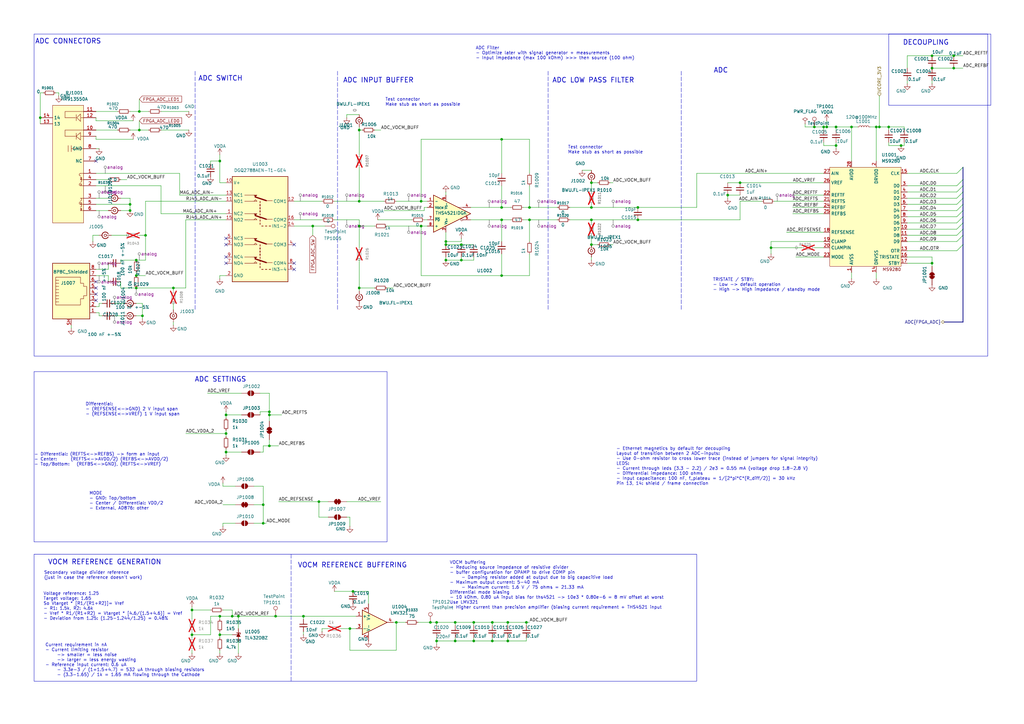
<source format=kicad_sch>
(kicad_sch (version 20250114) (generator "eeschema") (generator_version "9.0")
  (paper "A3")
  (rectangle (start 13.97 13.97) (end 405.13 146.05))
  (rectangle (start 13.97 152.4) (end 158.75 222.25))
  (rectangle (start 13.97 227.33) (end 285.75 279.4))
  (rectangle (start 364.49 13.97) (end 406.4 43.18))
  (text "ADC CONNECTORS" (at 27.94 17.018 0) (effects (font (size 2 2) (thickness 0.254) (bold yes))))
  (text "ADC SETTINGS" (at 90.424 155.702 0) (effects (font (size 2 2) (thickness 0.254) (bold yes))))
  (text "VOCM REFERENCE BUFFERING" (at 144.526 231.902 0) (effects (font (size 2 2) (thickness 0.254) (bold yes))))
  (text "Test connector\nMake stub as short as possible" (at 157.988 41.91 0) (effects (font (size 1.27 1.27)) (justify left)))
  (text "ADC INPUT BUFFER" (at 155.194 33.02 0) (effects (font (size 2 2) (thickness 0.254) (bold yes))))
  (text "VOCM REFERENCE GENERATION" (at 42.926 230.632 0) (effects (font (size 2 2) (thickness 0.254) (bold yes))))
  (text "ADC Filter\n- Optimize later with signal generator + measurements\n- Input impedance (max 100 kOhm) >>> then source (100 ohm)" (at 195.072 21.844 0) (effects (font (size 1.27 1.27)) (justify left)))
  (text "Secondary voltage divider reference \n(just in case the reference doesn't work)" (at 18.034 235.966 0) (effects (font (size 1.27 1.27)) (justify left)))
  (text "TRISTATE / STBY:\n- Low -> default operation\n- High -> High impedance / standby mode" (at 292.354 116.84 0) (effects (font (size 1.27 1.27) (thickness 0.1588)) (justify left)))
  (text "DECOUPLING" (at 379.73 17.526 0) (effects (font (size 2 2) (thickness 0.254) (bold yes))))
  (text "Current requirement in nA\n- Current limiting resistor \n	-> smaller = less noise\n	-> larger = less energy wasting\n- Reference input current: 0.6 uA\n	- 3.3e-3 / (1+1.5+4.7) = 532 uA through biasing resistors\n	- (3.3-1.65) / 1k = 1.65 mA flowing through the Cathode" (at 18.542 270.764 0) (effects (font (size 1.27 1.27)) (justify left)))
  (text "ADC SWITCH" (at 90.424 32.258 0) (effects (font (size 2 2) (thickness 0.254) (bold yes))))
  (text "VOCM buffering\n- Reducing source impedance of resistive divider\n- buffer configuration for OPAMP to drive COMP pin\n	- Damping resistor added at output due to big capacitive load\n- Maximum output current: 5-40 mA\n	- Maximum current: 1.6 V / 75 ohms = 21.33 mA\nDifferential mode biasing\n- 10 kOhm, 0.80 uA input bias for ths4521 -> 10e3 * 0.80e-6 = 8 mV offset at worst\nUse LMV321\n- Higher current than precision amplifier (biasing current requirement + THS4521 input" (at 184.404 240.03 0) (effects (font (size 1.27 1.27)) (justify left)))
  (text "Differential: \n- (REFSENSE<->GND) 2 V input span\n- (REFSENSE<->VREF) 1 V input span" (at 35.052 167.894 0) (effects (font (size 1.27 1.27) (thickness 0.1588)) (justify left)))
  (text "MODE\n- GND: Top/bottom\n- Center / Differential: VDD/2\n- External, AD876: other" (at 36.576 205.486 0) (effects (font (size 1.27 1.27) (thickness 0.1588)) (justify left)))
  (text "Test connector\nMake stub as short as possible" (at 232.918 61.468 0) (effects (font (size 1.27 1.27)) (justify left)))
  (text "- Differential: (REFTS<->REFBS) -> form an input\n- Center: 	(REFTS<->AVDD/2) (REFBS<->AVDD/2) \n- Top/Bottom:   (REFBS<->GND), (REFTS<->VREF)" (at 13.97 188.468 0) (effects (font (size 1.27 1.27) (thickness 0.1588)) (justify left)))
  (text "Voltage reference: 1.25\nTarget voltage: 1.65\nSo Vtarget * [R1/(R1+R2)]= Vref\n- R1: 1.5k, R2: 4.6k\n- Vref * R1/(R1+R2) = Vtarget * [4.6/(1.5+4.6)] = Vref\n- Deviation from 1.25: (1.25-1.244/1.25) = 0.48%" (at 17.78 248.666 0) (effects (font (size 1.27 1.27)) (justify left)))
  (text "- Ethernet magnetics by default for decoupling\nLayout of transition between 2 ADC-inputs:\n- Use 0-ohm resistor to cross lower trace (instead of jumpers for signal integrity)\nLEDS:\n- Current through leds (3.3 - 2.2) / 2e3 = 0.55 mA (voltage drop 1.8-2.8 V)\n- Differential impedance: 100 ohms\n- Input capacitance: 100 nF, f_plateau = 1/[2*pi*C*(R_diff/2)] = 30 kHz\nPin 13, 14: shield / frame connection" (at 252.73 191.262 0) (effects (font (size 1.27 1.27)) (justify left)))
  (text "ADC" (at 295.656 28.956 0) (effects (font (size 2 2) (thickness 0.254) (bold yes))))
  (text "ADC LOW PASS FILTER" (at 243.332 33.02 0) (effects (font (size 2 2) (thickness 0.254) (bold yes))))
  (junction (at 107.95 214.63))
  (junction (at 59.69 96.52))
  (junction (at 391.16 22.86))
  (junction (at 97.79 252.73))
  (junction (at 176.53 255.27))
  (junction (at 143.51 257.81))
  (junction (at 201.93 262.89))
  (junction (at 57.15 45.72))
  (junction (at 189.23 100.33))
  (junction (at 242.57 74.93))
  (junction (at 205.74 90.17))
  (junction (at 334.01 52.07))
  (junction (at 217.17 90.17))
  (junction (at 147.32 92.71))
  (junction (at 382.27 22.86))
  (junction (at 57.15 53.34))
  (junction (at 369.57 59.69))
  (junction (at 205.74 113.03))
  (junction (at 179.07 262.89))
  (junction (at 342.9 59.69))
  (junction (at 217.17 85.09))
  (junction (at 92.71 185.42))
  (junction (at 382.27 107.95))
  (junction (at 71.12 118.11))
  (junction (at 194.31 262.89))
  (junction (at 110.49 170.18))
  (junction (at 55.88 118.11))
  (junction (at 147.32 82.55))
  (junction (at 90.17 252.73))
  (junction (at 261.62 85.09))
  (junction (at 316.23 101.6))
  (junction (at 242.57 85.09))
  (junction (at 337.82 52.07))
  (junction (at 360.68 52.07))
  (junction (at 113.03 252.73))
  (junction (at 391.16 27.94))
  (junction (at 208.28 255.27))
  (junction (at 124.46 252.73))
  (junction (at 186.69 255.27))
  (junction (at 53.34 83.82))
  (junction (at 242.57 90.17))
  (junction (at 92.71 177.8))
  (junction (at 147.32 53.34))
  (junction (at 172.72 92.71))
  (junction (at 364.49 52.07))
  (junction (at 110.49 168.91))
  (junction (at 182.88 106.68))
  (junction (at 382.27 27.94))
  (junction (at 342.9 52.07))
  (junction (at 208.28 262.89))
  (junction (at 215.9 255.27))
  (junction (at 182.88 100.33))
  (junction (at 186.69 262.89))
  (junction (at 55.88 113.03))
  (junction (at 205.74 57.15))
  (junction (at 107.95 207.01))
  (junction (at 261.62 90.17))
  (junction (at 130.81 205.74))
  (junction (at 78.74 250.19))
  (junction (at 128.27 92.71))
  (junction (at 55.88 106.68))
  (junction (at 162.56 255.27))
  (junction (at 16.51 48.26))
  (junction (at 339.09 52.07))
  (junction (at 182.88 99.06))
  (junction (at 53.34 86.36))
  (junction (at 147.32 118.11))
  (junction (at 92.71 170.18))
  (junction (at 58.42 129.54))
  (junction (at 303.53 74.93))
  (junction (at 144.78 242.57))
  (junction (at 90.17 260.35))
  (junction (at 205.74 85.09))
  (junction (at 359.41 52.07))
  (junction (at 201.93 255.27))
  (junction (at 349.25 52.07))
  (junction (at 78.74 260.35))
  (junction (at 172.72 82.55))
  (junction (at 189.23 106.68))
  (junction (at 242.57 100.33))
  (junction (at 194.31 255.27))
  (junction (at 95.25 252.73))
  (junction (at 179.07 255.27))
  (junction (at 298.45 80.01))
  (junction (at 110.49 182.88))
  (junction (at 90.17 66.04))
  (no_connect (at 92.71 100.33))
  (no_connect (at 120.65 100.33))
  (no_connect (at 39.37 66.04))
  (no_connect (at 39.37 118.11))
  (no_connect (at 92.71 107.95))
  (no_connect (at 120.65 110.49))
  (no_connect (at 39.37 120.65))
  (no_connect (at 39.37 123.19))
  (no_connect (at 120.65 107.95))
  (no_connect (at 92.71 97.79))
  (no_connect (at 39.37 115.57))
  (no_connect (at 92.71 105.41))
  (bus_entry (at 392.43 86.36) (size 2.54 -2.54))
  (bus_entry (at 392.43 99.06) (size 2.54 -2.54))
  (bus_entry (at 392.43 91.44) (size 2.54 -2.54))
  (bus_entry (at 392.43 93.98) (size 2.54 -2.54))
  (bus_entry (at 392.43 83.82) (size 2.54 -2.54))
  (bus_entry (at 392.43 71.12) (size 2.54 -2.54))
  (bus_entry (at 392.43 88.9) (size 2.54 -2.54))
  (bus_entry (at 392.43 81.28) (size 2.54 -2.54))
  (bus_entry (at 392.43 96.52) (size 2.54 -2.54))
  (bus_entry (at 392.43 76.2) (size 2.54 -2.54))
  (bus_entry (at 392.43 78.74) (size 2.54 -2.54))
  (bus_entry (at 392.43 102.87) (size 2.54 -2.54))
  (wire (pts (xy 205.74 76.2) (xy 205.74 85.09)))
  (wire (pts (xy 106.68 168.91) (xy 106.68 170.18)))
  (wire (pts (xy 53.34 83.82) (xy 53.34 86.36)))
  (polyline (pts (xy 138.43 29.21) (xy 138.43 127)) (stroke (width 0) (type dash)))
  (wire (pts (xy 85.09 161.29) (xy 99.06 161.29)))
  (wire (pts (xy 73.66 80.01) (xy 92.71 80.01)))
  (wire (pts (xy 330.2 52.07) (xy 330.2 50.8)))
  (wire (pts (xy 107.95 199.39) (xy 104.14 199.39)))
  (wire (pts (xy 334.01 52.07) (xy 337.82 52.07)))
  (wire (pts (xy 78.74 250.19) (xy 86.36 250.19)))
  (wire (pts (xy 370.84 58.42) (xy 370.84 59.69)))
  (wire (pts (xy 49.53 106.68) (xy 49.53 107.95)))
  (wire (pts (xy 372.11 81.28) (xy 392.43 81.28)))
  (wire (pts (xy 382.27 105.41) (xy 382.27 107.95)))
  (wire (pts (xy 97.79 252.73) (xy 113.03 252.73)))
  (wire (pts (xy 339.09 52.07) (xy 339.09 49.53)))
  (wire (pts (xy 38.1 99.06) (xy 38.1 96.52)))
  (wire (pts (xy 90.17 260.35) (xy 90.17 261.62)))
  (wire (pts (xy 91.44 250.19) (xy 95.25 250.19)))
  (wire (pts (xy 242.57 96.52) (xy 242.57 100.33)))
  (wire (pts (xy 372.11 105.41) (xy 382.27 105.41)))
  (wire (pts (xy 139.7 257.81) (xy 143.51 257.81)))
  (wire (pts (xy 142.24 48.26) (xy 142.24 46.99)))
  (wire (pts (xy 245.11 74.93) (xy 242.57 74.93)))
  (wire (pts (xy 364.49 52.07) (xy 370.84 52.07)))
  (wire (pts (xy 156.21 205.74) (xy 142.24 205.74)))
  (wire (pts (xy 90.17 252.73) (xy 95.25 252.73)))
  (wire (pts (xy 217.17 90.17) (xy 228.6 90.17)))
  (wire (pts (xy 137.16 82.55) (xy 147.32 82.55)))
  (wire (pts (xy 92.71 168.91) (xy 92.71 170.18)))
  (wire (pts (xy 372.11 91.44) (xy 392.43 91.44)))
  (wire (pts (xy 29.21 133.35) (xy 29.21 134.62)))
  (wire (pts (xy 95.25 250.19) (xy 95.25 252.73)))
  (wire (pts (xy 166.37 255.27) (xy 162.56 255.27)))
  (wire (pts (xy 182.88 100.33) (xy 189.23 100.33)))
  (wire (pts (xy 372.11 107.95) (xy 382.27 107.95)))
  (wire (pts (xy 41.91 124.46) (xy 40.64 124.46)))
  (wire (pts (xy 382.27 22.86) (xy 391.16 22.86)))
  (wire (pts (xy 148.59 53.34) (xy 147.32 53.34)))
  (wire (pts (xy 78.74 248.92) (xy 78.74 250.19)))
  (polyline (pts (xy 80.01 29.21) (xy 80.01 127)) (stroke (width 0) (type dash)))
  (wire (pts (xy 261.62 85.09) (xy 285.75 85.09)))
  (wire (pts (xy 49.53 118.11) (xy 55.88 118.11)))
  (wire (pts (xy 58.42 124.46) (xy 58.42 129.54)))
  (wire (pts (xy 261.62 90.17) (xy 303.53 90.17)))
  (wire (pts (xy 44.45 86.36) (xy 39.37 86.36)))
  (wire (pts (xy 147.32 106.68) (xy 147.32 118.11)))
  (wire (pts (xy 106.68 168.91) (xy 110.49 168.91)))
  (wire (pts (xy 44.45 113.03) (xy 44.45 115.57)))
  (wire (pts (xy 66.04 45.72) (xy 77.47 45.72)))
  (wire (pts (xy 382.27 107.95) (xy 382.27 109.22)))
  (wire (pts (xy 132.08 259.08) (xy 132.08 257.81)))
  (wire (pts (xy 39.37 110.49) (xy 44.45 110.49)))
  (wire (pts (xy 57.15 40.64) (xy 57.15 45.72)))
  (wire (pts (xy 186.69 262.89) (xy 186.69 261.62)))
  (bus (pts (xy 394.97 96.52) (xy 394.97 93.98)))
  (wire (pts (xy 46.99 124.46) (xy 50.8 124.46)))
  (wire (pts (xy 97.79 267.97) (xy 97.79 262.89)))
  (wire (pts (xy 173.99 85.09) (xy 175.26 85.09)))
  (wire (pts (xy 147.32 82.55) (xy 157.48 82.55)))
  (wire (pts (xy 382.27 33.02) (xy 382.27 34.29)))
  (wire (pts (xy 147.32 90.17) (xy 137.16 90.17)))
  (wire (pts (xy 55.88 111.76) (xy 55.88 113.03)))
  (bus (pts (xy 394.97 78.74) (xy 394.97 76.2)))
  (wire (pts (xy 372.11 83.82) (xy 392.43 83.82)))
  (polyline (pts (xy 224.79 29.21) (xy 224.79 127)) (stroke (width 0) (type dash)))
  (wire (pts (xy 242.57 90.17) (xy 261.62 90.17)))
  (wire (pts (xy 58.42 129.54) (xy 58.42 130.81)))
  (wire (pts (xy 316.23 101.6) (xy 316.23 104.14)))
  (wire (pts (xy 107.95 182.88) (xy 110.49 182.88)))
  (wire (pts (xy 325.12 87.63) (xy 337.82 87.63)))
  (wire (pts (xy 40.64 124.46) (xy 40.64 125.73)))
  (wire (pts (xy 233.68 90.17) (xy 242.57 90.17)))
  (wire (pts (xy 55.88 124.46) (xy 58.42 124.46)))
  (wire (pts (xy 124.46 260.35) (xy 124.46 259.08)))
  (wire (pts (xy 372.11 33.02) (xy 372.11 34.29)))
  (wire (pts (xy 189.23 99.06) (xy 189.23 97.79)))
  (wire (pts (xy 110.49 180.34) (xy 110.49 182.88)))
  (wire (pts (xy 173.99 86.36) (xy 173.99 85.09)))
  (wire (pts (xy 92.71 177.8) (xy 92.71 179.07)))
  (wire (pts (xy 90.17 63.5) (xy 90.17 66.04)))
  (wire (pts (xy 120.65 90.17) (xy 132.08 90.17)))
  (wire (pts (xy 182.88 80.01) (xy 182.88 78.74)))
  (wire (pts (xy 189.23 100.33) (xy 194.31 100.33)))
  (wire (pts (xy 92.71 185.42) (xy 92.71 186.69)))
  (wire (pts (xy 359.41 52.07) (xy 359.41 66.04)))
  (wire (pts (xy 339.09 52.07) (xy 342.9 52.07)))
  (bus (pts (xy 394.97 81.28) (xy 394.97 78.74)))
  (wire (pts (xy 130.81 205.74) (xy 114.3 205.74)))
  (wire (pts (xy 109.22 214.63) (xy 107.95 214.63)))
  (wire (pts (xy 176.53 255.27) (xy 171.45 255.27)))
  (wire (pts (xy 107.95 185.42) (xy 106.68 185.42)))
  (wire (pts (xy 172.72 57.15) (xy 205.74 57.15)))
  (wire (pts (xy 173.99 90.17) (xy 175.26 90.17)))
  (wire (pts (xy 342.9 58.42) (xy 342.9 59.69)))
  (wire (pts (xy 372.11 88.9) (xy 392.43 88.9)))
  (wire (pts (xy 40.64 129.54) (xy 40.64 128.27)))
  (wire (pts (xy 162.56 266.7) (xy 162.56 255.27)))
  (wire (pts (xy 298.45 74.93) (xy 303.53 74.93)))
  (wire (pts (xy 189.23 106.68) (xy 189.23 105.41)))
  (wire (pts (xy 97.79 252.73) (xy 97.79 257.81)))
  (wire (pts (xy 110.49 170.18) (xy 110.49 172.72)))
  (wire (pts (xy 39.37 57.15) (xy 39.37 55.88)))
  (wire (pts (xy 142.24 212.09) (xy 143.51 212.09)))
  (wire (pts (xy 143.51 257.81) (xy 143.51 266.7)))
  (wire (pts (xy 57.15 96.52) (xy 59.69 96.52)))
  (wire (pts (xy 143.51 257.81) (xy 146.05 257.81)))
  (wire (pts (xy 330.2 52.07) (xy 334.01 52.07)))
  (wire (pts (xy 39.37 73.66) (xy 44.45 73.66)))
  (wire (pts (xy 285.75 85.09) (xy 285.75 71.12)))
  (wire (pts (xy 113.03 252.73) (xy 124.46 252.73)))
  (wire (pts (xy 71.12 133.35) (xy 71.12 132.08)))
  (wire (pts (xy 349.25 52.07) (xy 349.25 66.04)))
  (wire (pts (xy 92.71 170.18) (xy 92.71 171.45)))
  (wire (pts (xy 53.34 45.72) (xy 57.15 45.72)))
  (wire (pts (xy 372.11 93.98) (xy 392.43 93.98)))
  (wire (pts (xy 193.04 90.17) (xy 205.74 90.17)))
  (wire (pts (xy 201.93 262.89) (xy 208.28 262.89)))
  (wire (pts (xy 337.82 59.69) (xy 342.9 59.69)))
  (wire (pts (xy 110.49 170.18) (xy 115.57 170.18)))
  (wire (pts (xy 16.51 48.26) (xy 16.51 50.8)))
  (wire (pts (xy 342.9 59.69) (xy 342.9 60.96)))
  (wire (pts (xy 90.17 113.03) (xy 92.71 113.03)))
  (wire (pts (xy 328.93 101.6) (xy 316.23 101.6)))
  (bus (pts (xy 387.35 132.08) (xy 394.97 132.08)))
  (wire (pts (xy 316.23 99.06) (xy 316.23 101.6)))
  (wire (pts (xy 147.32 90.17) (xy 147.32 92.71)))
  (wire (pts (xy 186.69 255.27) (xy 186.69 256.54)))
  (wire (pts (xy 303.53 74.93) (xy 337.82 74.93)))
  (wire (pts (xy 39.37 49.53) (xy 54.61 49.53)))
  (polyline (pts (xy 279.4 29.21) (xy 279.4 127)) (stroke (width 0) (type dash)))
  (wire (pts (xy 90.17 259.08) (xy 90.17 260.35)))
  (wire (pts (xy 66.04 87.63) (xy 66.04 76.2)))
  (wire (pts (xy 151.13 242.57) (xy 144.78 242.57)))
  (wire (pts (xy 49.53 118.11) (xy 49.53 115.57)))
  (wire (pts (xy 316.23 99.06) (xy 337.82 99.06)))
  (wire (pts (xy 55.88 113.03) (xy 59.69 113.03)))
  (wire (pts (xy 52.07 96.52) (xy 45.72 96.52)))
  (wire (pts (xy 147.32 92.71) (xy 153.67 92.71)))
  (wire (pts (xy 90.17 113.03) (xy 90.17 114.3)))
  (wire (pts (xy 208.28 262.89) (xy 215.9 262.89)))
  (wire (pts (xy 92.71 170.18) (xy 99.06 170.18)))
  (bus (pts (xy 394.97 93.98) (xy 394.97 91.44)))
  (wire (pts (xy 78.74 259.08) (xy 78.74 260.35)))
  (wire (pts (xy 391.16 27.94) (xy 394.97 27.94)))
  (wire (pts (xy 194.31 106.68) (xy 189.23 106.68)))
  (bus (pts (xy 394.97 91.44) (xy 394.97 88.9)))
  (wire (pts (xy 162.56 266.7) (xy 143.51 266.7)))
  (wire (pts (xy 39.37 57.15) (xy 54.61 57.15)))
  (wire (pts (xy 326.39 105.41) (xy 337.82 105.41)))
  (wire (pts (xy 147.32 119.38) (xy 147.32 118.11)))
  (wire (pts (xy 186.69 255.27) (xy 179.07 255.27)))
  (wire (pts (xy 41.91 129.54) (xy 40.64 129.54)))
  (wire (pts (xy 242.57 91.44) (xy 242.57 90.17)))
  (wire (pts (xy 303.53 82.55) (xy 312.42 82.55)))
  (wire (pts (xy 73.66 71.12) (xy 39.37 71.12)))
  (wire (pts (xy 53.34 53.34) (xy 57.15 53.34)))
  (wire (pts (xy 394.97 22.86) (xy 391.16 22.86)))
  (wire (pts (xy 298.45 80.01) (xy 298.45 81.28)))
  (wire (pts (xy 342.9 52.07) (xy 342.9 53.34)))
  (wire (pts (xy 325.12 85.09) (xy 337.82 85.09)))
  (wire (pts (xy 372.11 22.86) (xy 372.11 27.94)))
  (wire (pts (xy 95.25 252.73) (xy 97.79 252.73)))
  (wire (pts (xy 90.17 266.7) (xy 90.17 267.97)))
  (wire (pts (xy 40.64 60.96) (xy 39.37 60.96)))
  (wire (pts (xy 372.11 102.87) (xy 392.43 102.87)))
  (wire (pts (xy 53.34 81.28) (xy 53.34 83.82)))
  (wire (pts (xy 217.17 104.14) (xy 217.17 113.03)))
  (wire (pts (xy 172.72 82.55) (xy 175.26 82.55)))
  (wire (pts (xy 245.11 100.33) (xy 242.57 100.33)))
  (wire (pts (xy 130.81 205.74) (xy 130.81 212.09)))
  (wire (pts (xy 49.53 106.68) (xy 55.88 106.68)))
  (wire (pts (xy 242.57 85.09) (xy 261.62 85.09)))
  (wire (pts (xy 107.95 199.39) (xy 107.95 207.01)))
  (wire (pts (xy 208.28 255.27) (xy 201.93 255.27)))
  (wire (pts (xy 194.31 262.89) (xy 201.93 262.89)))
  (wire (pts (xy 106.68 161.29) (xy 110.49 161.29)))
  (wire (pts (xy 91.44 207.01) (xy 96.52 207.01)))
  (wire (pts (xy 128.27 92.71) (xy 133.35 92.71)))
  (wire (pts (xy 124.46 254) (xy 124.46 252.73)))
  (wire (pts (xy 137.16 242.57) (xy 144.78 242.57)))
  (wire (pts (xy 59.69 96.52) (xy 59.69 106.68)))
  (wire (pts (xy 372.11 78.74) (xy 392.43 78.74)))
  (wire (pts (xy 158.75 118.11) (xy 161.29 118.11)))
  (bus (pts (xy 394.97 86.36) (xy 394.97 83.82)))
  (wire (pts (xy 24.13 38.1) (xy 24.13 39.37)))
  (wire (pts (xy 172.72 82.55) (xy 172.72 57.15)))
  (wire (pts (xy 76.2 177.8) (xy 92.71 177.8)))
  (wire (pts (xy 303.53 82.55) (xy 303.53 90.17)))
  (wire (pts (xy 370.84 59.69) (xy 369.57 59.69)))
  (wire (pts (xy 49.53 81.28) (xy 53.34 81.28)))
  (wire (pts (xy 86.36 66.04) (xy 90.17 66.04)))
  (wire (pts (xy 205.74 90.17) (xy 205.74 99.06)))
  (wire (pts (xy 360.68 39.37) (xy 360.68 52.07)))
  (wire (pts (xy 205.74 113.03) (xy 217.17 113.03)))
  (wire (pts (xy 214.63 90.17) (xy 217.17 90.17)))
  (polyline (pts (xy 119.38 227.33) (xy 119.38 279.4)) (stroke (width 0) (type dash)))
  (wire (pts (xy 151.13 242.57) (xy 151.13 247.65)))
  (wire (pts (xy 38.1 96.52) (xy 40.64 96.52)))
  (wire (pts (xy 359.41 52.07) (xy 360.68 52.07)))
  (wire (pts (xy 189.23 99.06) (xy 182.88 99.06)))
  (wire (pts (xy 186.69 262.89) (xy 194.31 262.89)))
  (wire (pts (xy 205.74 85.09) (xy 209.55 85.09)))
  (wire (pts (xy 147.32 118.11) (xy 153.67 118.11)))
  (wire (pts (xy 179.07 262.89) (xy 186.69 262.89)))
  (wire (pts (xy 217.17 57.15) (xy 217.17 71.12)))
  (wire (pts (xy 205.74 104.14) (xy 205.74 113.03)))
  (wire (pts (xy 298.45 80.01) (xy 303.53 80.01)))
  (wire (pts (xy 59.69 82.55) (xy 92.71 82.55)))
  (wire (pts (xy 40.64 125.73) (xy 39.37 125.73)))
  (wire (pts (xy 110.49 161.29) (xy 110.49 168.91)))
  (wire (pts (xy 66.04 53.34) (xy 77.47 53.34)))
  (wire (pts (xy 134.62 212.09) (xy 130.81 212.09)))
  (wire (pts (xy 132.08 257.81) (xy 134.62 257.81)))
  (wire (pts (xy 372.11 86.36) (xy 392.43 86.36)))
  (wire (pts (xy 208.28 262.89) (xy 208.28 261.62)))
  (wire (pts (xy 91.44 198.12) (xy 91.44 199.39)))
  (bus (pts (xy 394.97 132.08) (xy 394.97 100.33)))
  (wire (pts (xy 372.11 96.52) (xy 392.43 96.52)))
  (wire (pts (xy 44.45 110.49) (xy 44.45 107.95)))
  (wire (pts (xy 372.11 76.2) (xy 392.43 76.2)))
  (wire (pts (xy 57.15 45.72) (xy 60.96 45.72)))
  (wire (pts (xy 90.17 66.04) (xy 90.17 74.93)))
  (wire (pts (xy 48.26 45.72) (xy 39.37 45.72)))
  (wire (pts (xy 382.27 27.94) (xy 391.16 27.94)))
  (wire (pts (xy 49.53 73.66) (xy 52.07 73.66)))
  (wire (pts (xy 194.31 262.89) (xy 194.31 261.62)))
  (wire (pts (xy 91.44 214.63) (xy 91.44 215.9)))
  (wire (pts (xy 215.9 256.54) (xy 215.9 255.27)))
  (wire (pts (xy 359.41 111.76) (xy 359.41 114.3)))
  (wire (pts (xy 162.56 255.27) (xy 161.29 255.27)))
  (wire (pts (xy 337.82 59.69) (xy 337.82 58.42)))
  (wire (pts (xy 71.12 118.11) (xy 76.2 118.11)))
  (wire (pts (xy 22.86 38.1) (xy 24.13 38.1)))
  (wire (pts (xy 78.74 260.35) (xy 78.74 261.62)))
  (wire (pts (xy 16.51 38.1) (xy 16.51 48.26)))
  (wire (pts (xy 162.56 82.55) (xy 172.72 82.55)))
  (wire (pts (xy 205.74 57.15) (xy 217.17 57.15)))
  (wire (pts (xy 92.71 185.42) (xy 99.06 185.42)))
  (wire (pts (xy 349.25 111.76) (xy 349.25 114.3)))
  (wire (pts (xy 39.37 83.82) (xy 53.34 83.82)))
  (wire (pts (xy 60.96 53.34) (xy 57.15 53.34)))
  (wire (pts (xy 182.88 106.68) (xy 189.23 106.68)))
  (wire (pts (xy 369.57 59.69) (xy 364.49 59.69)))
  (wire (pts (xy 90.17 260.35) (xy 95.25 260.35)))
  (wire (pts (xy 40.64 128.27) (xy 39.37 128.27)))
  (wire (pts (xy 91.44 199.39) (xy 96.52 199.39)))
  (wire (pts (xy 364.49 58.42) (xy 364.49 59.69)))
  (wire (pts (xy 90.17 254) (xy 90.17 252.73)))
  (wire (pts (xy 107.95 182.88) (xy 107.95 185.42)))
  (wire (pts (xy 39.37 49.53) (xy 39.37 48.26)))
  (wire (pts (xy 153.67 53.34) (xy 156.21 53.34)))
  (wire (pts (xy 92.71 184.15) (xy 92.71 185.42)))
  (wire (pts (xy 55.88 118.11) (xy 71.12 118.11)))
  (wire (pts (xy 194.31 105.41) (xy 194.31 106.68)))
  (wire (pts (xy 39.37 113.03) (xy 44.45 113.03)))
  (wire (pts (xy 372.11 71.12) (xy 392.43 71.12)))
  (wire (pts (xy 238.76 69.85) (xy 242.57 69.85)))
  (wire (pts (xy 107.95 207.01) (xy 104.14 207.01)))
  (wire (pts (xy 57.15 49.53) (xy 57.15 53.34)))
  (wire (pts (xy 194.31 255.27) (xy 194.31 256.54)))
  (wire (pts (xy 233.68 85.09) (xy 242.57 85.09)))
  (wire (pts (xy 217.17 85.09) (xy 228.6 85.09)))
  (wire (pts (xy 342.9 52.07) (xy 349.25 52.07)))
  (wire (pts (xy 76.2 90.17) (xy 76.2 118.11)))
  (wire (pts (xy 217.17 76.2) (xy 217.17 85.09)))
  (wire (pts (xy 128.27 92.71) (xy 128.27 96.52)))
  (wire (pts (xy 205.74 90.17) (xy 209.55 90.17)))
  (wire (pts (xy 44.45 81.28) (xy 39.37 81.28)))
  (wire (pts (xy 334.01 101.6) (xy 337.82 101.6)))
  (wire (pts (xy 205.74 113.03) (xy 172.72 113.03)))
  (wire (pts (xy 39.37 76.2) (xy 66.04 76.2)))
  (wire (pts (xy 242.57 105.41) (xy 242.57 106.68)))
  (wire (pts (xy 214.63 85.09) (xy 217.17 85.09)))
  (wire (pts (xy 147.32 101.6) (xy 147.32 92.71)))
  (wire (pts (xy 76.2 90.17) (xy 92.71 90.17)))
  (wire (pts (xy 179.07 255.27) (xy 176.53 255.27)))
  (wire (pts (xy 349.25 52.07) (xy 351.79 52.07)))
  (bus (pts (xy 394.97 76.2) (xy 394.97 73.66)))
  (wire (pts (xy 154.94 90.17) (xy 168.91 90.17)))
  (wire (pts (xy 193.04 85.09) (xy 205.74 85.09)))
  (wire (pts (xy 179.07 264.16) (xy 179.07 262.89)))
  (wire (pts (xy 86.36 67.31) (xy 86.36 66.04)))
  (wire (pts (xy 372.11 99.06) (xy 392.43 99.06)))
  (wire (pts (xy 242.57 78.74) (xy 242.57 74.93)))
  (wire (pts (xy 360.68 52.07) (xy 364.49 52.07)))
  (wire (pts (xy 172.72 92.71) (xy 172.72 113.03)))
  (wire (pts (xy 55.88 106.68) (xy 59.69 106.68)))
  (wire (pts (xy 179.07 256.54) (xy 179.07 255.27)))
  (wire (pts (xy 158.75 92.71) (xy 172.72 92.71)))
  (wire (pts (xy 78.74 250.19) (xy 78.74 254)))
  (wire (pts (xy 194.31 255.27) (xy 186.69 255.27)))
  (wire (pts (xy 92.71 176.53) (xy 92.71 177.8)))
  (wire (pts (xy 201.93 262.89) (xy 201.93 261.62)))
  (wire (pts (xy 73.66 80.01) (xy 73.66 71.12)))
  (wire (pts (xy 86.36 260.35) (xy 86.36 252.73)))
  (wire (pts (xy 217.17 90.17) (xy 217.17 99.06)))
  (wire (pts (xy 107.95 207.01) (xy 107.95 214.63)))
  (wire (pts (xy 142.24 46.99) (xy 147.32 46.99)))
  (bus (pts (xy 394.97 83.82) (xy 394.97 81.28)))
  (wire (pts (xy 182.88 95.25) (xy 182.88 99.06)))
  (wire (pts (xy 322.58 95.25) (xy 337.82 95.25)))
  (wire (pts (xy 71.12 119.38) (xy 71.12 118.11)))
  (wire (pts (xy 120.65 82.55) (xy 132.08 82.55)))
  (wire (pts (xy 114.3 182.88) (xy 110.49 182.88)))
  (wire (pts (xy 78.74 266.7) (xy 78.74 267.97)))
  (wire (pts (xy 130.81 205.74) (xy 134.62 205.74)))
  (wire (pts (xy 182.88 99.06) (xy 182.88 100.33)))
  (wire (pts (xy 205.74 57.15) (xy 205.74 71.12)))
  (wire (pts (xy 372.11 22.86) (xy 382.27 22.86)))
  (wire (pts (xy 46.99 129.54) (xy 50.8 129.54)))
  (wire (pts (xy 147.32 52.07) (xy 147.32 53.34)))
  (wire (pts (xy 147.32 53.34) (xy 147.32 63.5)))
  (wire (pts (xy 128.27 92.71) (xy 120.65 92.71)))
  (wire (pts (xy 59.69 82.55) (xy 59.69 96.52)))
  (wire (pts (xy 124.46 252.73) (xy 146.05 252.73)))
  (wire (pts (xy 215.9 255.27) (xy 208.28 255.27)))
  (wire (pts (xy 251.46 74.93) (xy 250.19 74.93)))
  (wire (pts (xy 339.09 52.07) (xy 337.82 52.07)))
  (wire (pts (xy 157.48 86.36) (xy 173.99 86.36)))
  (wire (pts (xy 317.5 82.55) (xy 337.82 82.55)))
  (wire (pts (xy 55.88 129.54) (xy 58.42 129.54)))
  (wire (pts (xy 356.87 52.07) (xy 359.41 52.07)))
  (wire (pts (xy 325.12 80.01) (xy 337.82 80.01)))
  (wire (pts (xy 217.17 255.27) (xy 215.9 255.27)))
  (wire (pts (xy 90.17 74.93) (xy 92.71 74.93)))
  (bus (pts (xy 394.97 73.66) (xy 394.97 68.58)))
  (wire (pts (xy 337.82 52.07) (xy 337.82 53.34)))
  (wire (pts (xy 364.49 52.07) (xy 364.49 53.34)))
  (wire (pts (xy 66.04 87.63) (xy 92.71 87.63)))
  (wire (pts (xy 48.26 53.34) (xy 39.37 53.34)))
  (wire (pts (xy 215.9 262.89) (xy 215.9 261.62)))
  (wire (pts (xy 143.51 212.09) (xy 143.51 215.9)))
  (wire (pts (xy 110.49 168.91) (xy 110.49 170.18)))
  (wire (pts (xy 172.72 92.71) (xy 175.26 92.71)))
  (bus (pts (xy 394.97 88.9) (xy 394.97 86.36)))
  (wire (pts (xy 86.36 252.73) (xy 90.17 252.73)))
  (wire (pts (xy 16.51 38.1) (xy 17.78 38.1)))
  (wire (pts (xy 370.84 52.07) (xy 370.84 53.34)))
  (wire (pts (xy 71.12 127) (xy 71.12 124.46)))
  (wire (pts (xy 91.44 214.63) (xy 96.52 214.63)))
  (wire (pts (xy 242.57 83.82) (xy 242.57 85.09)))
  (wire (pts (xy 179.07 262.89) (xy 179.07 261.62)))
  (wire (pts (xy 49.53 86.36) (xy 53.34 86.36)))
  (wire (pts (xy 107.95 214.63) (xy 104.14 214.63)))
  (wire (pts (xy 285.75 71.12) (xy 337.82 71.12)))
  (wire (pts (xy 78.74 260.35) (xy 86.36 260.35)))
  (wire (pts (xy 147.32 68.58) (xy 147.32 82.55)))
  (wire (pts (xy 182.88 106.68) (xy 182.88 105.41)))
  (wire (pts (xy 251.46 100.33) (xy 250.19 100.33)))
  (bus (pts (xy 394.97 100.33) (xy 394.97 96.52)))
  (wire (pts (xy 201.93 255.27) (xy 201.93 256.54)))
  (wire (pts (xy 208.28 256.54) (xy 208.28 255.27)))
  (wire (pts (xy 201.93 255.27) (xy 194.31 255.27)))
  (label "ADC.D2" (at 377.19 81.28 0))
  (label "ADC.D0" (at 377.19 76.2 0))
  (label "ADC_VOCM_BUFF" (at 52.07 73.66 0))
  (label "RJ45_ADC_AIN-" (at 76.2 82.55 0))
  (label "ADC.CLK" (at 377.19 71.12 0))
  (label "ADC.OTR" (at 377.19 102.87 0))
  (label "ADC.D4" (at 377.19 86.36 0))
  (label "ADC_VOCM_BUFF" (at 161.29 118.11 0))
  (label "ADC_REFSENSE" (at 322.58 95.25 0))
  (label "MAG_ADC_AIN-" (at 73.66 80.01 0))
  (label "MAG_ADC_AIN+" (at 74.93 87.63 0))
  (label "ADC_REFTF" (at 325.12 80.01 0))
  (label "ADC_MODE" (at 326.39 105.41 0))
  (label "ADC.D6" (at 377.19 91.44 0))
  (label "ADC_AIN-" (at 312.42 82.55 180))
  (label "ADC_REFTS" (at 115.57 170.18 0))
  (label "ADC_VREF" (at 325.12 74.93 0))
  (label "ADC_VOCM_BUFF" (at 251.46 100.33 0))
  (label "RJ45_ADC_AIN+" (at 76.2 90.17 0))
  (label "ADC_VREF" (at 85.09 161.29 0))
  (label "ADC_REFBF" (at 325.12 85.09 0))
  (label "ADC_REFBS" (at 325.12 87.63 0))
  (label "ADC_AIN+" (at 314.96 71.12 180))
  (label "ADC_VOCM_BUFF" (at 217.17 255.27 0))
  (label "ADC_REFTF" (at 394.97 22.86 0))
  (label "ADC.D5" (at 377.19 88.9 0))
  (label "ADC_VOCM_BUFF" (at 157.48 86.36 0))
  (label "ADC_VDDA_2" (at 76.2 177.8 0))
  (label "ADC_REFSENSE" (at 114.3 205.74 0))
  (label "ADC.D9" (at 377.19 99.06 0))
  (label "ADC_VREF" (at 156.21 205.74 180))
  (label "ADC.D1" (at 377.19 78.74 0))
  (label "ADC_VDDA_2" (at 91.44 207.01 180))
  (label "ADC_REFBF" (at 394.97 27.94 0))
  (label "ADC_VOCM_BUFF" (at 59.69 113.03 0))
  (label "ADC.D3" (at 377.19 83.82 0))
  (label "ADC.D8" (at 377.19 96.52 0))
  (label "ADC_REFBS" (at 114.3 182.88 0))
  (label "ADC_VOCM_BUFF" (at 156.21 53.34 0))
  (label "ADC_VOCM_BUFF" (at 251.46 74.93 0))
  (label "ADC_MODE" (at 109.22 214.63 0))
  (label "ADC_VOCM_REF" (at 110.49 252.73 180))
  (label "ADC.D7" (at 377.19 93.98 0))
  (label "ADC_REFTS" (at 325.12 82.55 0))
  (global_label "FPGA_ADC_LED1" (shape input) (at 57.15 40.64 0) (property "Intersheetrefs" "${INTERSHEET_REFS}" (effects (hide yes))))
  (global_label "FPGA_ADC_LED0" (shape input) (at 57.15 49.53 0) (property "Intersheetrefs" "${INTERSHEET_REFS}" (effects (hide yes))))
  (global_label "FPGA_ADC_SW" (shape input) (at 128.27 96.52 270) (property "Intersheetrefs" "${INTERSHEET_REFS}" (effects (hide yes))))
  (hierarchical_label "VCORE_3V3" (shape input) (at 360.68 39.37 90))
  (hierarchical_label "ADC{FPGA_ADC}" (shape bidirectional) (at 387.35 132.08 180))
  (netclass_flag "" (length 2.54) (shape round) (at 40.64 81.28 0) (property "Netclass" "analog" (at 41.3385 78.74 0) (effects (justify left))))
  (netclass_flag "" (length 2.54) (shape round) (at 40.64 113.03 180) (property "Netclass" "analog" (at 41.3385 115.57 0) (effects (justify left))))
  (netclass_flag "" (length 2.54) (shape round) (at 46.99 129.54 180) (property "Netclass" "analog" (at 47.6885 132.08 0) (effects (justify left))))
  (netclass_flag "" (length 2.54) (shape round) (at 43.18 76.2 180) (property "Netclass" "analog" (at 43.8785 78.74 0) (effects (justify left))))
  (netclass_flag "" (length 2.54) (shape round) (at 46.99 124.46 0) (property "Netclass" "analog" (at 47.6885 121.92 0) (effects (justify left))))
  (netclass_flag "" (length 2.54) (shape round) (at 251.5034 85.09 0) (property "Netclass" "analog" (at 252.2019 82.55 0) (effects (justify left))))
  (netclass_flag "" (length 2.54) (shape round) (at 220.98 90.17 180) (property "Netclass" "analog" (at 221.6785 92.71 0) (effects (justify left))))
  (netclass_flag "" (length 2.54) (shape round) (at 200.66 85.09 0) (property "Netclass" "analog" (at 201.3585 82.55 0) (effects (justify left))))
  (netclass_flag "" (length 2.54) (shape round) (at 142.24 82.55 0) (property "Netclass" "analog" (at 142.9385 80.01 0) (effects (justify left))))
  (netclass_flag "" (length 2.54) (shape round) (at 251.46 90.17 180) (property "Netclass" "analog" (at 252.1585 92.71 0) (effects (justify left))))
  (netclass_flag "" (length 2.54) (shape round) (at 200.66 90.17 180) (property "Netclass" "analog" (at 201.3585 92.71 0) (effects (justify left))))
  (netclass_flag "" (length 2.54) (shape round) (at 57.15 106.68 0) (property "Netclass" "analog" (at 57.8485 104.14 0) (effects (justify left))))
  (netclass_flag "" (length 2.54) (shape round) (at 55.88 118.11 180) (property "Netclass" "analog" (at 56.5785 120.65 0) (effects (justify left))))
  (netclass_flag "" (length 2.54) (shape round) (at 220.98 85.09 0) (property "Netclass" "analog" (at 221.6785 82.55 0) (effects (justify left))))
  (netclass_flag "" (length 2.54) (shape round) (at 40.64 86.36 180) (property "Netclass" "analog" (at 41.3385 88.9 0) (effects (justify left))))
  (netclass_flag "" (length 2.54) (shape round) (at 123.19 90.17 0) (property "Netclass" "analog" (at 123.8885 87.63 0) (effects (justify left))))
  (netclass_flag "" (length 2.54) (shape round) (at 167.64 82.55 0) (property "Netclass" "analog" (at 168.3385 80.01 0) (effects (justify left))))
  (netclass_flag "" (length 2.54) (shape round) (at 43.18 71.12 0) (property "Netclass" "analog" (at 43.8785 68.58 0) (effects (justify left))))
  (netclass_flag "" (length 2.54) (shape round) (at 142.24 90.17 180) (property "Netclass" "analog" (at 142.9385 92.71 0) (effects (justify left))))
  (netclass_flag "" (length 2.54) (shape round) (at 40.64 110.49 0) (property "Netclass" "analog" (at 41.3385 107.95 0) (effects (justify left))))
  (netclass_flag "" (length 2.54) (shape round) (at 318.77 82.55 0) (property "Netclass" "analog" (at 319.4685 80.01 0) (effects (justify left))))
  (netclass_flag "" (length 2.54) (shape round) (at 167.64 92.71 180) (property "Netclass" "analog" (at 168.3385 95.25 0) (effects (justify left))))
  (netclass_flag "" (length 2.54) (shape round) (at 123.19 82.55 0) (property "Netclass" "analog" (at 123.8885 80.01 0) (effects (justify left))))
  (symbol (lib_id "Reference_Voltage:TL432DBZ") (at 97.79 260.35 90) (unit 1)
    (property "Reference" "U1005" (at 100.33 259.0799 90) (effects (justify right)))
    (property "Value" "TL432DBZ" (at 100.33 261.6199 90) (effects (justify right)))
    (property "Footprint" "Package_TO_SOT_SMD:SOT-23" (effects (hide yes)))
    (property "Datasheet" "https://jlcpcb.com/api/file/downloadByFileSystemAccessId/8590442351560208384" (effects (hide yes)))
    (property "Description" "Shunt Regulator, SOT-23" (effects (hide yes)))
    (property "LCSC Part Number" "C5184435" (effects (hide yes)))
    (property "Manufacturing Part Number" "TL432" (effects (hide yes)))
  )
  (symbol (lib_id "power:GND") (at 90.17 267.97 0) (unit 1)
    (property "Reference" "#PWR01039" (effects (hide yes)))
    (property "Value" "GND" (at 87.63 271.018 0))
    (property "Description" "Power symbol creates a global label with name \"GND\" , ground" (effects (hide yes)))
  )
  (symbol (lib_id "power:GND") (at 147.32 124.46 0) (mirror y) (unit 1)
    (property "Reference" "#PWR01026" (effects (hide yes)))
    (property "Value" "GND" (at 150.876 125.984 0))
    (property "Description" "Power symbol creates a global label with name \"GND\" , ground" (effects (hide yes)))
  )
  (symbol (lib_id "power:GND") (at 77.47 45.72 0) (unit 1)
    (property "Reference" "#PWR01004" (effects (hide yes)))
    (property "Value" "GND" (at 77.724 43.688 0))
    (property "Description" "Power symbol creates a global label with name \"GND\" , ground" (effects (hide yes)))
  )
  (symbol (lib_id "power:GND") (at 349.25 114.3 0) (unit 1)
    (property "Reference" "#PWR01023" (effects (hide yes)))
    (property "Value" "GND" (at 346.71 117.348 0))
    (property "Description" "Power symbol creates a global label with name \"GND\" , ground" (effects (hide yes)))
  )
  (symbol (lib_id "Device:C_Small") (at 382.27 25.4 0) (unit 1)
    (property "Reference" "C1001" (at 374.904 24.13 0) (effects (justify left)))
    (property "Value" "10uF" (at 382.27 21.336 0) (effects (justify left)))
    (property "Footprint" "Capacitor_SMD:C_0603_1608Metric" (effects (hide yes)))
    (property "Datasheet" "https://jlcpcb.com/api/file/downloadByFileSystemAccessId/8579707107920437248" (effects (hide yes)))
    (property "Description" "Unpolarized capacitor, small symbol" (effects (hide yes)))
    (property "LCSC Part Number" "C19702" (effects (hide yes)))
    (property "Manufacturing Part Number" "CL10A106KP8NNNC" (effects (hide yes)))
  )
  (symbol (lib_id "power:GND") (at 90.17 114.3 0) (unit 1)
    (property "Reference" "#PWR01022" (effects (hide yes)))
    (property "Value" "GND" (at 90.17 119.38 0))
    (property "Description" "Power symbol creates a global label with name \"GND\" , ground" (effects (hide yes)))
  )
  (symbol (lib_id "Device:R_Small") (at 247.65 74.93 270) (mirror x) (unit 1)
    (property "Reference" "R1010" (at 247.904 77.978 90))
    (property "Value" "10k" (at 248.158 73.152 90))
    (property "Footprint" "Resistor_SMD:R_0603_1608Metric" (effects (hide yes)))
    (property "Datasheet" "https://jlcpcb.com/api/file/downloadByFileSystemAccessId/8579706098733010944" (effects (hide yes)))
    (property "Description" "Resistor, small symbol" (effects (hide yes)))
    (property "LCSC Part Number" "C25804" (effects (hide yes)))
    (property "Manufacturing Part Number" "0603WAF1002T5E" (effects (hide yes)))
  )
  (symbol (lib_id "Device:C_Small") (at 370.84 55.88 0) (unit 1)
    (property "Reference" "C1008" (at 371.602 53.594 0) (effects (justify left)))
    (property "Value" "0.1uF" (at 371.094 57.912 0) (effects (justify left)))
    (property "Footprint" "Capacitor_SMD:C_0201_0603Metric" (effects (hide yes)))
    (property "Datasheet" "https://jlcpcb.com/api/file/downloadByFileSystemAccessId/8603345729432014848" (effects (hide yes)))
    (property "Description" "X7R" (effects (hide yes)))
    (property "LCSC Part Number" "C22435929" (effects (hide yes)))
    (property "Manufacturing Part Number" "CGA0201X7R104K160ET " (effects (hide yes)))
  )
  (symbol (lib_id "Device:R_Small") (at 88.9 250.19 90) (unit 1)
    (property "Reference" "R1032" (at 88.9 245.11 90))
    (property "Value" "1k" (at 88.9 247.65 90))
    (property "Footprint" "Resistor_SMD:R_0603_1608Metric" (effects (hide yes)))
    (property "Datasheet" "https://jlcpcb.com/api/file/downloadByFileSystemAccessId/8579706098733010944" (effects (hide yes)))
    (property "Description" "Resistor, small symbol" (effects (hide yes)))
    (property "LCSC Part Number" "C21190" (effects (hide yes)))
    (property "Manufacturing Part Number" "0603WAF1001T5E " (effects (hide yes)))
  )
  (symbol (lib_id "Device:C_Small") (at 372.11 30.48 0) (unit 1)
    (property "Reference" "C1003" (at 365.506 29.21 0) (effects (justify left)))
    (property "Value" "0.1uF" (at 372.364 32.512 0) (effects (justify left)))
    (property "Footprint" "Capacitor_SMD:C_0201_0603Metric" (effects (hide yes)))
    (property "Datasheet" "https://jlcpcb.com/api/file/downloadByFileSystemAccessId/8603345729432014848" (effects (hide yes)))
    (property "Description" "Unpolarized capacitor, small symbol" (effects (hide yes)))
    (property "LCSC Part Number" "C22435929" (effects (hide yes)))
    (property "Manufacturing Part Number" "CGA0201X7R104K160ET " (effects (hide yes)))
  )
  (symbol (lib_id "power:VDDA") (at 189.23 97.79 0) (unit 1)
    (property "Reference" "#PWR01020" (effects (hide yes)))
    (property "Value" "VDDA" (at 189.23 94.234 0))
    (property "Description" "Power symbol creates a global label with name \"VDDA\"" (effects (hide yes)))
  )
  (symbol (lib_id "Device:C_Small") (at 215.9 259.08 0) (unit 1)
    (property "Reference" "C1027" (at 216.154 257.302 0) (effects (justify left)))
    (property "Value" "0.1uF" (at 215.9 260.858 0) (effects (justify left)))
    (property "Footprint" "Capacitor_SMD:C_0201_0603Metric" (effects (hide yes)))
    (property "Datasheet" "https://jlcpcb.com/api/file/downloadByFileSystemAccessId/8603345729432014848" (effects (hide yes)))
    (property "Description" "X7R" (effects (hide yes)))
    (property "LCSC Part Number" "C22435929" (effects (hide yes)))
    (property "Manufacturing Part Number" "CGA0201X7R104K160ET " (effects (hide yes)))
  )
  (symbol (lib_id "Device:R_Small") (at 242.57 81.28 180) (unit 1) (in_bom no) (dnp yes)
    (property "Reference" "R1011" (at 245.872 81.28 90) (effects (font (size 1.016 1.016))))
    (property "Value" "0" (at 242.57 81.534 90))
    (property "Footprint" "Resistor_SMD:R_0603_1608Metric" (effects (hide yes)))
    (property "Datasheet" "https://jlcpcb.com/api/file/downloadByFileSystemAccessId/8579706226143518720" (effects (hide yes)))
    (property "Description" "Resistor, small symbol" (effects (hide yes)))
    (property "LCSC Part Number" "C21189" (effects (hide yes)))
    (property "Manufacturing Part Number" "0603WAF0000T5E" (effects (hide yes)))
  )
  (symbol (lib_id "Device:C_Small") (at 303.53 77.47 0) (unit 1)
    (property "Reference" "C1014" (at 306.07 76.2062 0) (effects (justify left)))
    (property "Value" "1uF" (at 306.07 78.7462 0) (effects (justify left)))
    (property "Footprint" "Capacitor_SMD:C_0805_2012Metric" (effects (hide yes)))
    (property "Datasheet" "https://jlcpcb.com/api/file/downloadByFileSystemAccessId/8579706862004473856" (effects (hide yes)))
    (property "Description" "Unpolarized capacitor, small symbol" (effects (hide yes)))
    (property "LCSC Part Number" "C28323" (effects (hide yes)))
    (property "Manufacturing Part Number" "CL21B105KBFNNNE" (effects (hide yes)))
  )
  (symbol (lib_id "Amplifier_Difference:THS4521IDGK") (at 185.42 87.63 0) (mirror x) (unit 1)
    (property "Reference" "U1002" (at 195.58 110.998 0) (effects (justify left)))
    (property "Value" "THS4521IDGK" (at 178.562 87.376 0) (effects (justify left)))
    (property "Footprint" "Package_SO:VSSOP-8_3x3mm_P0.65mm" (effects (hide yes)))
    (property "Datasheet" "https://www.ti.com/lit/ds/symlink/ths4521.pdf" (effects (hide yes)))
    (property "Description" "Very Low Power, Negative Rail Input, Rail to Rail Output, Fully Differential Amplifier, VSSOP-8" (effects (hide yes)))
    (property "LCSC Part Number" "C170157" (effects (hide yes)))
    (property "Manufacturing Part Number" "THS4521IDGKR" (effects (hide yes)))
  )
  (symbol (lib_id "Device:R_Small") (at 55.88 109.22 180) (unit 1)
    (property "Reference" "R1027" (at 56.642 109.982 90))
    (property "Value" "10k" (at 53.34 110.49 90))
    (property "Footprint" "Resistor_SMD:R_0603_1608Metric" (effects (hide yes)))
    (property "Datasheet" "https://jlcpcb.com/api/file/downloadByFileSystemAccessId/8579706098733010944" (effects (hide yes)))
    (property "Description" "Resistor, small symbol" (effects (hide yes)))
    (property "LCSC Part Number" "C25804" (effects (hide yes)))
    (property "Manufacturing Part Number" "0603WAF1002T5E" (effects (hide yes)))
  )
  (symbol (lib_id "iw-connector:HR913550A") (at 13.97 67.31 180) (unit 1)
    (property "Reference" "RJ1001" (at 30.48 38.1 0))
    (property "Value" "HR913550A" (at 30.48 40.64 0))
    (property "Footprint" "iw-connector:RJ45-TH_HR913550A" (effects (hide yes)))
    (property "Datasheet" "https://lcsc.com/product-detail/RJ45_HR913550A_C163507.html" (effects (hide yes)))
    (property "Description" "With Magnetics" (effects (hide yes)))
    (property "LCSC Part Number" "C163507" (effects (hide yes)))
    (property "Manufacturing Part Number" "HR913550A" (effects (hide yes)))
  )
  (symbol (lib_id "Device:R_Small") (at 134.62 90.17 90) (unit 1)
    (property "Reference" "R1018" (at 134.366 88.392 90) (effects (font (size 1.016 1.016))))
    (property "Value" "0" (at 134.62 90.678 90))
    (property "Footprint" "Resistor_SMD:R_0402_1005Metric_Pad0.72x0.64mm_HandSolder" (effects (hide yes)))
    (property "Description" "Resistor, small symbol" (effects (hide yes)))
    (property "LCSC Part Number" "C17168" (effects (hide yes)))
    (property "Manufacturing Part Number" "0402WGF0000TCE" (effects (hide yes)))
  )
  (symbol (lib_id "Connector:Conn_Coaxial_Small") (at 71.12 129.54 270) (unit 1)
    (property "Reference" "J1003" (at 73.66 127.7503 90) (effects (justify left)))
    (property "Value" "BWU.FL-IPEX1" (effects (hide yes)))
    (property "Footprint" "iw-connector:BWU.FL-IPEX1" (effects (hide yes)))
    (property "Datasheet" "https://jlcpcb.com/api/file/downloadByFileSystemAccessId/8589834880826564608" (effects (hide yes)))
    (property "Description" "small coaxial connector (BNC, SMA, SMB, SMC, Cinch/RCA, LEMO, ...)" (effects (hide yes)))
    (property "LCSC Part Number" "C5137195" (effects (hide yes)))
    (property "Manufacturing Part Number" "BWU.FL-IPEX1 " (effects (hide yes)))
  )
  (symbol (lib_id "power:VDDA") (at 339.09 49.53 0) (unit 1)
    (property "Reference" "#PWR01006" (effects (hide yes)))
    (property "Value" "VDDA" (at 339.09 45.974 0))
    (property "Description" "Power symbol creates a global label with name \"VDDA\"" (effects (hide yes)))
  )
  (symbol (lib_id "Device:R_Small") (at 331.47 101.6 90) (mirror x) (unit 1) (in_bom no) (dnp yes)
    (property "Reference" "R1025" (at 330.2 100.33 90) (effects (font (size 1.016 1.016))))
    (property "Value" "0" (at 326.644 101.6 90))
    (property "Footprint" "Resistor_SMD:R_0603_1608Metric" (effects (hide yes)))
    (property "Datasheet" "https://jlcpcb.com/api/file/downloadByFileSystemAccessId/8579706226143518720" (effects (hide yes)))
    (property "Description" "Resistor, small symbol" (effects (hide yes)))
    (property "LCSC Part Number" "C21189" (effects (hide yes)))
    (property "Manufacturing Part Number" "0603WAF0000T5E" (effects (hide yes)))
  )
  (symbol (lib_id "Device:R_Small") (at 90.17 264.16 0) (unit 1)
    (property "Reference" "R1038" (at 92.71 262.8899 0) (effects (justify left)))
    (property "Value" "4.7k" (at 92.71 265.4299 0) (effects (justify left)))
    (property "Footprint" "Resistor_SMD:R_0603_1608Metric" (effects (hide yes)))
    (property "Datasheet" "https://jlcpcb.com/api/file/downloadByFileSystemAccessId/8579706098733010944" (effects (hide yes)))
    (property "Description" "Resistor, small symbol" (effects (hide yes)))
    (property "LCSC Part Number" "C23162" (effects (hide yes)))
    (property "Manufacturing Part Number" "0603WAF4701T5E" (effects (hide yes)))
  )
  (symbol (lib_id "Connector:Conn_Coaxial_Small") (at 242.57 102.87 270) (unit 1)
    (property "Reference" "J1006" (at 245.11 101.0803 90) (effects (justify left)))
    (property "Value" "BWU.FL-IPEX1" (at 240.792 97.282 90) (effects (justify left)))
    (property "Footprint" "iw-connector:BWU.FL-IPEX1" (effects (hide yes)))
    (property "Datasheet" "https://jlcpcb.com/api/file/downloadByFileSystemAccessId/8589834880826564608" (effects (hide yes)))
    (property "Description" "small coaxial connector (BNC, SMA, SMB, SMC, Cinch/RCA, LEMO, ...)" (effects (hide yes)))
    (property "LCSC Part Number" "C5137195" (effects (hide yes)))
    (property "Manufacturing Part Number" "BWU.FL-IPEX1 " (effects (hide yes)))
  )
  (symbol (lib_id "Jumper:SolderJumper_2_Bridged") (at 382.27 113.03 90) (unit 1) (in_bom no)
    (property "Reference" "JP1001" (at 379.222 112.776 0))
    (property "Value" "SolderJumper_2_Bridged" (effects (hide yes)))
    (property "Footprint" "Jumper:SolderJumper-2_P1.3mm_Bridged_Pad1.0x1.5mm" (effects (hide yes)))
    (property "Description" "Solder Jumper, 2-pole, closed/bridged" (effects (hide yes)))
  )
  (symbol (lib_id "Device:R_Small") (at 151.13 53.34 270) (unit 1)
    (property "Reference" "R1006" (at 151.384 51.054 90))
    (property "Value" "10k" (at 152.4 55.88 90))
    (property "Footprint" "Resistor_SMD:R_0603_1608Metric" (effects (hide yes)))
    (property "Datasheet" "https://jlcpcb.com/api/file/downloadByFileSystemAccessId/8579706098733010944" (effects (hide yes)))
    (property "Description" "Resistor, small symbol" (effects (hide yes)))
    (property "LCSC Part Number" "C25804" (effects (hide yes)))
    (property "Manufacturing Part Number" "0603WAF1002T5E" (effects (hide yes)))
  )
  (symbol (lib_id "Device:C_Small") (at 382.27 30.48 0) (unit 1)
    (property "Reference" "C1004" (at 375.666 29.21 0) (effects (justify left)))
    (property "Value" "0.1uF" (at 382.524 32.512 0) (effects (justify left)))
    (property "Footprint" "Capacitor_SMD:C_0201_0603Metric" (effects (hide yes)))
    (property "Datasheet" "https://jlcpcb.com/api/file/downloadByFileSystemAccessId/8603345729432014848" (effects (hide yes)))
    (property "Description" "Unpolarized capacitor, small symbol" (effects (hide yes)))
    (property "LCSC Part Number" "C22435929" (effects (hide yes)))
    (property "Manufacturing Part Number" "CGA0201X7R104K160ET " (effects (hide yes)))
  )
  (symbol (lib_id "Device:R_Small") (at 231.14 90.17 90) (unit 1)
    (property "Reference" "R1020" (at 230.886 88.392 90) (effects (font (size 1.016 1.016))))
    (property "Value" "0" (at 230.886 92.202 90))
    (property "Footprint" "Resistor_SMD:R_0402_1005Metric_Pad0.72x0.64mm_HandSolder" (effects (hide yes)))
    (property "Description" "Resistor, small symbol" (effects (hide yes)))
    (property "LCSC Part Number" "C17168" (effects (hide yes)))
    (property "Manufacturing Part Number" "0402WGF0000TCE" (effects (hide yes)))
  )
  (symbol (lib_id "power:GND") (at 359.41 114.3 0) (unit 1)
    (property "Reference" "#PWR01024" (effects (hide yes)))
    (property "Value" "GND" (at 361.95 118.11 0) (effects (justify left)))
    (property "Description" "Power symbol creates a global label with name \"GND\" , ground" (effects (hide yes)))
  )
  (symbol (lib_id "Connector:Conn_Coaxial_Small") (at 46.99 86.36 0) (unit 1)
    (property "Reference" "J1010" (at 45.2003 83.82 90) (effects (justify left)))
    (property "Value" "BWU.FL-IPEX1" (effects (hide yes)))
    (property "Footprint" "iw-connector:BWU.FL-IPEX1" (effects (hide yes)))
    (property "Datasheet" "https://jlcpcb.com/api/file/downloadByFileSystemAccessId/8589834880826564608" (effects (hide yes)))
    (property "Description" "small coaxial connector (BNC, SMA, SMB, SMC, Cinch/RCA, LEMO, ...)" (effects (hide yes)))
    (property "LCSC Part Number" "C5137195" (effects (hide yes)))
    (property "Manufacturing Part Number" "BWU.FL-IPEX1 " (effects (hide yes)))
  )
  (symbol (lib_id "power:GND") (at 182.88 78.74 180) (unit 1)
    (property "Reference" "#PWR01013" (effects (hide yes)))
    (property "Value" "GND" (at 186.69 76.962 0))
    (property "Description" "Power symbol creates a global label with name \"GND\" , ground" (effects (hide yes)))
  )
  (symbol (lib_id "power:GND") (at 92.71 186.69 0) (unit 1)
    (property "Reference" "#PWR01029" (effects (hide yes)))
    (property "Value" "GND" (at 90.17 189.738 0))
    (property "Description" "Power symbol creates a global label with name \"GND\" , ground" (effects (hide yes)))
  )
  (symbol (lib_id "Device:C_Small") (at 298.45 77.47 0) (unit 1)
    (property "Reference" "C1013" (at 295.148 72.39 0) (effects (justify left)))
    (property "Value" "0.1uF" (at 292.354 79.502 0) (effects (justify left)))
    (property "Footprint" "Capacitor_SMD:C_0201_0603Metric" (effects (hide yes)))
    (property "Datasheet" "https://jlcpcb.com/api/file/downloadByFileSystemAccessId/8603345729432014848" (effects (hide yes)))
    (property "Description" "Unpolarized capacitor, small symbol" (effects (hide yes)))
    (property "LCSC Part Number" "C22435929" (effects (hide yes)))
    (property "Manufacturing Part Number" "CGA0201X7R104K160ET " (effects (hide yes)))
  )
  (symbol (lib_id "power:GND") (at 40.64 60.96 0) (unit 1)
    (property "Reference" "#PWR01009" (effects (hide yes)))
    (property "Value" "GND" (at 41.148 65.024 0))
    (property "Description" "Power symbol creates a global label with name \"GND\" , ground" (effects (hide yes)))
  )
  (symbol (lib_id "power:GND") (at 382.27 34.29 0) (unit 1)
    (property "Reference" "#PWR01002" (effects (hide yes)))
    (property "Value" "GND" (at 379.73 37.338 0))
    (property "Description" "Power symbol creates a global label with name \"GND\" , ground" (effects (hide yes)))
  )
  (symbol (lib_id "Device:C_Small") (at 208.28 259.08 0) (unit 1)
    (property "Reference" "C1026" (at 208.534 257.302 0) (effects (justify left)))
    (property "Value" "0.1uF" (at 208.28 260.858 0) (effects (justify left)))
    (property "Footprint" "Capacitor_SMD:C_0201_0603Metric" (effects (hide yes)))
    (property "Datasheet" "https://jlcpcb.com/api/file/downloadByFileSystemAccessId/8603345729432014848" (effects (hide yes)))
    (property "Description" "X7R" (effects (hide yes)))
    (property "LCSC Part Number" "C22435929" (effects (hide yes)))
    (property "Manufacturing Part Number" "CGA0201X7R104K160ET " (effects (hide yes)))
  )
  (symbol (lib_id "Device:C_Small") (at 46.99 107.95 90) (unit 1)
    (property "Reference" "C1017" (at 46.482 105.156 90) (effects (justify left)))
    (property "Value" "100 nF +-5%" (at 50.292 113.284 0) (effects (justify left)))
    (property "Footprint" "Capacitor_SMD:C_0603_1608Metric_Pad1.08x0.95mm_HandSolder" (effects (hide yes)))
    (property "Datasheet" "https://jlcpcb.com/api/file/downloadByFileSystemAccessId/8588895711026941952" (effects (hide yes)))
    (property "Description" "X7R, +-5%" (effects (hide yes)))
    (property "LCSC Part Number" "C88136" (effects (hide yes)))
    (property "Manufacturing Part Number" "0603B104J500NT" (effects (hide yes)))
  )
  (symbol (lib_id "power:GND") (at 182.88 106.68 0) (unit 1)
    (property "Reference" "#PWR01043" (effects (hide yes)))
    (property "Value" "GND" (at 186.436 108.204 0))
    (property "Description" "Power symbol creates a global label with name \"GND\" , ground" (effects (hide yes)))
  )
  (symbol (lib_id "power:VDDA") (at 54.61 49.53 0) (unit 1)
    (property "Reference" "#PWR01019" (effects (hide yes)))
    (property "Value" "VDDA" (at 49.784 48.26 0))
    (property "Description" "Power symbol creates a global label with name \"VDDA\"" (effects (hide yes)))
  )
  (symbol (lib_id "Device:C_Small") (at 179.07 259.08 0) (mirror x) (unit 1)
    (property "Reference" "C1020" (at 184.15 257.302 0) (effects (justify right)))
    (property "Value" "220nF" (at 184.912 261.112 0) (effects (justify right)))
    (property "Footprint" "Capacitor_SMD:C_0402_1005Metric" (effects (hide yes)))
    (property "Datasheet" "http://jlcpcb.com/api/file/downloadByFileSystemAccessId/8579707311415758848" (effects (hide yes)))
    (property "Description" "16V, X7R" (effects (hide yes)))
    (property "LCSC Part Number" "C16772" (effects (hide yes)))
    (property "Manufacturing Part Number" "CL05B224KO5NNNC" (effects (hide yes)))
  )
  (symbol (lib_id "power:GND") (at 24.13 39.37 0) (unit 1)
    (property "Reference" "#PWR01003" (effects (hide yes)))
    (property "Value" "GND" (at 26.67 39.37 0))
    (property "Description" "Power symbol creates a global label with name \"GND\" , ground" (effects (hide yes)))
  )
  (symbol (lib_id "Connector:TestPoint") (at 113.03 252.73 0) (unit 1) (in_bom no)
    (property "Reference" "TP1011" (at 107.95 247.142 0) (effects (justify left)))
    (property "Value" "TestPoint" (at 107.95 244.602 0) (effects (justify left)))
    (property "Footprint" "TestPoint:TestPoint_Loop_D1.80mm_Drill1.0mm_Beaded" (effects (hide yes)))
    (property "Description" "test point" (effects (hide yes)))
  )
  (symbol (lib_id "Device:C_Small") (at 124.46 256.54 0) (unit 1)
    (property "Reference" "C1022" (at 127 255.2762 0) (effects (justify left)))
    (property "Value" "10nF" (at 130.302 258.318 0) (effects (justify right)))
    (property "Footprint" "Capacitor_SMD:C_0201_0603Metric" (effects (hide yes)))
    (property "Datasheet" "https://jlcpcb.com/api/file/downloadByFileSystemAccessId/8589040499521306624" (effects (hide yes)))
    (property "Description" "Unpolarized capacitor" (effects (hide yes)))
    (property "LCSC Part Number" "C285010" (effects (hide yes)))
    (property "Manufacturing Part Number" "0201B103K250NT" (effects (hide yes)))
  )
  (symbol (lib_id "power:GND") (at 77.47 53.34 0) (unit 1)
    (property "Reference" "#PWR01007" (effects (hide yes)))
    (property "Value" "GND" (at 74.168 55.626 0))
    (property "Description" "Power symbol creates a global label with name \"GND\" , ground" (effects (hide yes)))
  )
  (symbol (lib_id "power:GND") (at 97.79 267.97 0) (unit 1)
    (property "Reference" "#PWR01040" (effects (hide yes)))
    (property "Value" "GND" (at 95.25 271.018 0))
    (property "Description" "Power symbol creates a global label with name \"GND\" , ground" (effects (hide yes)))
  )
  (symbol (lib_id "Device:R_Small") (at 71.12 121.92 0) (mirror y) (unit 1) (in_bom no) (dnp yes)
    (property "Reference" "R1008" (at 74.422 121.92 90) (effects (font (size 1.016 1.016))))
    (property "Value" "0" (at 71.12 124.206 90))
    (property "Footprint" "Resistor_SMD:R_0603_1608Metric" (effects (hide yes)))
    (property "Datasheet" "https://jlcpcb.com/api/file/downloadByFileSystemAccessId/8579706226143518720" (effects (hide yes)))
    (property "Description" "Resistor, small symbol" (effects (hide yes)))
    (property "LCSC Part Number" "C21189" (effects (hide yes)))
    (property "Manufacturing Part Number" "0603WAF0000T5E" (effects (hide yes)))
  )
  (symbol (lib_id "Jumper:SolderJumper_2_Open") (at 100.33 214.63 0) (unit 1) (in_bom no)
    (property "Reference" "JP1010" (at 100.584 211.836 0))
    (property "Value" "SolderJumper_2_Open" (effects (hide yes)))
    (property "Footprint" "Jumper:SolderJumper-2_P1.3mm_Open_Pad1.0x1.5mm" (effects (hide yes)))
    (property "Description" "Solder Jumper, 2-pole, open" (effects (hide yes)))
  )
  (symbol (lib_id "Device:C_Small") (at 186.69 259.08 0) (unit 1)
    (property "Reference" "C1009" (at 186.944 257.302 0) (effects (justify left)))
    (property "Value" "0.1uF" (at 186.69 260.858 0) (effects (justify left)))
    (property "Footprint" "Capacitor_SMD:C_0201_0603Metric" (effects (hide yes)))
    (property "Datasheet" "https://jlcpcb.com/api/file/downloadByFileSystemAccessId/8603345729432014848" (effects (hide yes)))
    (property "Description" "X7R" (effects (hide yes)))
    (property "LCSC Part Number" "C22435929" (effects (hide yes)))
    (property "Manufacturing Part Number" "CGA0201X7R104K160ET " (effects (hide yes)))
  )
  (symbol (lib_id "Jumper:SolderJumper_2_Open") (at 100.33 199.39 0) (unit 1) (in_bom no)
    (property "Reference" "JP1006" (at 100.584 196.596 0))
    (property "Value" "SolderJumper_2_Open" (effects (hide yes)))
    (property "Footprint" "Jumper:SolderJumper-2_P1.3mm_Open_Pad1.0x1.5mm" (effects (hide yes)))
    (property "Description" "Solder Jumper, 2-pole, open" (effects (hide yes)))
  )
  (symbol (lib_id "power:GND") (at 144.78 247.65 0) (mirror y) (unit 1)
    (property "Reference" "#PWR01033" (effects (hide yes)))
    (property "Value" "GND" (at 141.732 248.666 0))
    (property "Description" "Power symbol creates a global label with name \"GND\" , ground" (effects (hide yes)))
  )
  (symbol (lib_id "Connector:Conn_Coaxial_Small") (at 53.34 124.46 0) (unit 1)
    (property "Reference" "J1004" (at 50.546 123.698 90) (effects (justify left)))
    (property "Value" "BWU.FL-IPEX1" (effects (hide yes)))
    (property "Footprint" "iw-connector:BWU.FL-IPEX1" (effects (hide yes)))
    (property "Datasheet" "https://jlcpcb.com/api/file/downloadByFileSystemAccessId/8589834880826564608" (effects (hide yes)))
    (property "Description" "small coaxial connector (BNC, SMA, SMB, SMC, Cinch/RCA, LEMO, ...)" (effects (hide yes)))
    (property "LCSC Part Number" "C5137195" (effects (hide yes)))
    (property "Manufacturing Part Number" "BWU.FL-IPEX1 " (effects (hide yes)))
  )
  (symbol (lib_id "Connector:TestPoint") (at 176.53 255.27 0) (unit 1) (in_bom no)
    (property "Reference" "TP1012" (at 177.292 246.888 0) (effects (justify left)))
    (property "Value" "TestPoint" (at 177.038 249.174 0) (effects (justify left)))
    (property "Footprint" "TestPoint:TestPoint_Loop_D1.80mm_Drill1.0mm_Beaded" (effects (hide yes)))
    (property "Description" "test point" (effects (hide yes)))
  )
  (symbol (lib_id "Device:R_Small") (at 134.62 82.55 90) (unit 1)
    (property "Reference" "R1012" (at 134.366 80.772 90) (effects (font (size 1.016 1.016))))
    (property "Value" "0" (at 134.366 84.582 90))
    (property "Footprint" "Resistor_SMD:R_0402_1005Metric_Pad0.72x0.64mm_HandSolder" (effects (hide yes)))
    (property "Description" "Resistor, small symbol" (effects (hide yes)))
    (property "LCSC Part Number" "C17168" (effects (hide yes)))
    (property "Manufacturing Part Number" "0402WGF0000TCE" (effects (hide yes)))
  )
  (symbol (lib_id "Jumper:SolderJumper_2_Open") (at 102.87 170.18 0) (unit 1) (in_bom no)
    (property "Reference" "JP1003" (at 103.124 167.386 0))
    (property "Value" "SolderJumper_2_Open" (effects (hide yes)))
    (property "Footprint" "Jumper:SolderJumper-2_P1.3mm_Open_Pad1.0x1.5mm" (effects (hide yes)))
    (property "Description" "Solder Jumper, 2-pole, open" (effects (hide yes)))
  )
  (symbol (lib_id "Device:C_Small") (at 144.78 245.11 0) (unit 1)
    (property "Reference" "C1019" (at 145.034 243.332 0) (effects (justify left)))
    (property "Value" "0.1uF" (at 144.78 246.888 0) (effects (justify left)))
    (property "Footprint" "Capacitor_SMD:C_0201_0603Metric" (effects (hide yes)))
    (property "Datasheet" "https://jlcpcb.com/api/file/downloadByFileSystemAccessId/8603345729432014848" (effects (hide yes)))
    (property "Description" "X7R" (effects (hide yes)))
    (property "LCSC Part Number" "C22435929" (effects (hide yes)))
    (property "Manufacturing Part Number" "CGA0201X7R104K160ET " (effects (hide yes)))
  )
  (symbol (lib_id "Device:R_Small") (at 247.65 100.33 270) (unit 1)
    (property "Reference" "R1023" (at 247.904 98.298 90))
    (property "Value" "10k" (at 247.904 102.108 90))
    (property "Footprint" "Resistor_SMD:R_0603_1608Metric" (effects (hide yes)))
    (property "Datasheet" "https://jlcpcb.com/api/file/downloadByFileSystemAccessId/8579706098733010944" (effects (hide yes)))
    (property "Description" "Resistor, small symbol" (effects (hide yes)))
    (property "LCSC Part Number" "C25804" (effects (hide yes)))
    (property "Manufacturing Part Number" "0603WAF1002T5E" (effects (hide yes)))
  )
  (symbol (lib_id "Device:R_Small") (at 20.32 38.1 270) (mirror x) (unit 1)
    (property "Reference" "R1001" (at 19.558 36.068 90) (effects (font (size 1.016 1.016))))
    (property "Value" "0" (at 15.748 37.592 90))
    (property "Footprint" "Resistor_SMD:R_0603_1608Metric_Pad0.98x0.95mm_HandSolder" (effects (hide yes)))
    (property "Datasheet" "https://jlcpcb.com/api/file/downloadByFileSystemAccessId/8579706226143518720" (effects (hide yes)))
    (property "Description" "Resistor, small symbol" (effects (hide yes)))
    (property "LCSC Part Number" "C21189" (effects (hide yes)))
    (property "Manufacturing Part Number" "0603WAF0000T5E" (effects (hide yes)))
  )
  (symbol (lib_id "Device:R_Small") (at 217.17 101.6 180) (unit 1)
    (property "Reference" "R1024" (at 220.218 101.854 90))
    (property "Value" "1k" (at 214.63 102.87 90))
    (property "Footprint" "Resistor_SMD:R_0603_1608Metric" (effects (hide yes)))
    (property "Datasheet" "https://jlcpcb.com/api/file/downloadByFileSystemAccessId/8579706098733010944" (effects (hide yes)))
    (property "Description" "Resistor, small symbol" (effects (hide yes)))
    (property "LCSC Part Number" "C21190" (effects (hide yes)))
    (property "Manufacturing Part Number" "0603WAF1001T5E " (effects (hide yes)))
  )
  (symbol (lib_id "Device:C_Small") (at 44.45 129.54 90) (unit 1)
    (property "Reference" "C1028" (at 48.514 129.032 90) (effects (justify left)))
    (property "Value" "100 nF +-5%" (at 49.784 137.16 90) (effects (justify left)))
    (property "Footprint" "Capacitor_SMD:C_0603_1608Metric_Pad1.08x0.95mm_HandSolder" (effects (hide yes)))
    (property "Datasheet" "https://jlcpcb.com/api/file/downloadByFileSystemAccessId/8588895711026941952" (effects (hide yes)))
    (property "Description" "X7R, +-5%" (effects (hide yes)))
    (property "LCSC Part Number" "C88136" (effects (hide yes)))
    (property "Manufacturing Part Number" "0603B104J500NT" (effects (hide yes)))
  )
  (symbol (lib_id "Device:R_Small") (at 90.17 256.54 0) (unit 1)
    (property "Reference" "R1035" (at 92.71 255.2699 0) (effects (justify left)))
    (property "Value" "1k5" (at 92.71 257.8099 0) (effects (justify left)))
    (property "Footprint" "Resistor_SMD:R_0603_1608Metric" (effects (hide yes)))
    (property "Datasheet" "https://jlcpcb.com/api/file/downloadByFileSystemAccessId/8579706200814116864" (effects (hide yes)))
    (property "Description" "Resistor, small symbol" (effects (hide yes)))
    (property "LCSC Part Number" "C22843" (effects (hide yes)))
    (property "Manufacturing Part Number" "0603WAF1501T5E" (effects (hide yes)))
  )
  (symbol (lib_id "Device:R_Small") (at 46.99 73.66 270) (mirror x) (unit 1)
    (property "Reference" "R1039" (at 42.672 74.93 90) (effects (font (size 1.016 1.016))))
    (property "Value" "0" (at 47.244 73.66 90))
    (property "Footprint" "Resistor_SMD:R_0603_1608Metric" (effects (hide yes)))
    (property "Datasheet" "https://jlcpcb.com/api/file/downloadByFileSystemAccessId/8579706226143518720" (effects (hide yes)))
    (property "Description" "Resistor, small symbol" (effects (hide yes)))
    (property "LCSC Part Number" "C21189" (effects (hide yes)))
    (property "Manufacturing Part Number" "0603WAF0000T5E" (effects (hide yes)))
  )
  (symbol (lib_id "power:VDDA") (at 92.71 168.91 0) (unit 1)
    (property "Reference" "#PWR01028" (effects (hide yes)))
    (property "Value" "VDDA" (at 92.71 165.354 0))
    (property "Description" "Power symbol creates a global label with name \"VDDA\"" (effects (hide yes)))
  )
  (symbol (lib_id "Connector:Conn_Coaxial_Small") (at 147.32 49.53 90) (unit 1)
    (property "Reference" "J1001" (at 144.78 51.3197 90) (effects (justify left)))
    (property "Value" "BWU.FL-IPEX1" (at 151.892 42.672 90) (effects (justify left)))
    (property "Footprint" "iw-connector:BWU.FL-IPEX1" (effects (hide yes)))
    (property "Datasheet" "https://jlcpcb.com/api/file/downloadByFileSystemAccessId/8589834880826564608" (effects (hide yes)))
    (property "Description" "small coaxial connector (BNC, SMA, SMB, SMC, Cinch/RCA, LEMO, ...)" (effects (hide yes)))
    (property "LCSC Part Number" "C5137195" (effects (hide yes)))
    (property "Manufacturing Part Number" "BWU.FL-IPEX1 " (effects (hide yes)))
  )
  (symbol (lib_id "power:GND") (at 151.13 262.89 0) (mirror y) (unit 1)
    (property "Reference" "#PWR01036" (effects (hide yes)))
    (property "Value" "GND" (at 148.844 262.128 0))
    (property "Description" "Power symbol creates a global label with name \"GND\" , ground" (effects (hide yes)))
  )
  (symbol (lib_id "power:GND") (at 342.9 60.96 0) (unit 1)
    (property "Reference" "#PWR01010" (effects (hide yes)))
    (property "Value" "GND" (at 338.582 62.23 0))
    (property "Description" "Power symbol creates a global label with name \"GND\" , ground" (effects (hide yes)))
  )
  (symbol (lib_id "Device:R_Small") (at 147.32 66.04 0) (mirror y) (unit 1) (in_bom no) (dnp yes)
    (property "Reference" "R1007" (at 150.622 66.04 90) (effects (font (size 1.016 1.016))))
    (property "Value" "0" (at 145.542 45.212 90))
    (property "Footprint" "Resistor_SMD:R_0603_1608Metric" (effects (hide yes)))
    (property "Datasheet" "https://jlcpcb.com/api/file/downloadByFileSystemAccessId/8579706226143518720" (effects (hide yes)))
    (property "Description" "Resistor, small symbol" (effects (hide yes)))
    (property "LCSC Part Number" "C21189" (effects (hide yes)))
    (property "Manufacturing Part Number" "0603WAF0000T5E" (effects (hide yes)))
  )
  (symbol (lib_id "iw-analog:DGQ2788AEN-T1-GE4") (at 106.68 88.9 0) (mirror y) (unit 1)
    (property "Reference" "U1003" (at 106.68 67.31 0))
    (property "Value" "DGQ2788AEN-T1-GE4" (at 106.68 69.85 0))
    (property "Footprint" "iw-analog:QFN40P260X180X60-16N_Fv1.2" (effects (hide yes)))
    (property "Datasheet" "https://www.vishay.com/docs/75683/dgq2788a.pdf" (effects (hide yes)))
    (property "Description" "Analog Switch Dual DPDT / Quad SPDT" (effects (hide yes)))
    (property "LCSC Part Number" "C2673179" (effects (hide yes)))
    (property "Manufacturing Part Number" "DGQ2788AEN-T1-GE4 " (effects (hide yes)))
  )
  (symbol (lib_id "Device:C_Small") (at 337.82 55.88 0) (unit 1)
    (property "Reference" "C1005" (at 332.994 54.102 0) (effects (justify left)))
    (property "Value" "0.1uF" (at 332.232 58.166 0) (effects (justify left)))
    (property "Footprint" "Capacitor_SMD:C_0201_0603Metric" (effects (hide yes)))
    (property "Datasheet" "https://jlcpcb.com/api/file/downloadByFileSystemAccessId/8603345729432014848" (effects (hide yes)))
    (property "Description" "X7R" (effects (hide yes)))
    (property "LCSC Part Number" "C22435929" (effects (hide yes)))
    (property "Manufacturing Part Number" "CGA0201X7R104K160ET " (effects (hide yes)))
  )
  (symbol (lib_id "Device:C_Small") (at 194.31 102.87 0) (unit 1)
    (property "Reference" "C1025" (at 196.85 101.6062 0) (effects (justify left)))
    (property "Value" "10nF" (at 200.152 104.648 0) (effects (justify right)))
    (property "Footprint" "Capacitor_SMD:C_0201_0603Metric" (effects (hide yes)))
    (property "Datasheet" "https://jlcpcb.com/api/file/downloadByFileSystemAccessId/8589040499521306624" (effects (hide yes)))
    (property "Description" "Unpolarized capacitor" (effects (hide yes)))
    (property "LCSC Part Number" "C285010" (effects (hide yes)))
    (property "Manufacturing Part Number" "0201B103K250NT" (effects (hide yes)))
  )
  (symbol (lib_id "Device:R_Small") (at 54.61 96.52 270) (mirror x) (unit 1) (in_bom no) (dnp yes)
    (property "Reference" "R1043" (at 54.61 99.822 90) (effects (font (size 1.016 1.016))))
    (property "Value" "0" (at 52.324 96.52 90))
    (property "Footprint" "Resistor_SMD:R_0603_1608Metric" (effects (hide yes)))
    (property "Datasheet" "https://jlcpcb.com/api/file/downloadByFileSystemAccessId/8579706226143518720" (effects (hide yes)))
    (property "Description" "Resistor, small symbol" (effects (hide yes)))
    (property "LCSC Part Number" "C21189" (effects (hide yes)))
    (property "Manufacturing Part Number" "0603WAF0000T5E" (effects (hide yes)))
  )
  (symbol (lib_id "Device:R_Small") (at 147.32 104.14 0) (mirror y) (unit 1) (in_bom no) (dnp yes)
    (property "Reference" "R1026" (at 150.622 104.14 90) (effects (font (size 1.016 1.016))))
    (property "Value" "0" (at 147.32 106.426 90))
    (property "Footprint" "Resistor_SMD:R_0603_1608Metric" (effects (hide yes)))
    (property "Datasheet" "https://jlcpcb.com/api/file/downloadByFileSystemAccessId/8579706226143518720" (effects (hide yes)))
    (property "Description" "Resistor, small symbol" (effects (hide yes)))
    (property "LCSC Part Number" "C21189" (effects (hide yes)))
    (property "Manufacturing Part Number" "0603WAF0000T5E" (effects (hide yes)))
  )
  (symbol (lib_id "power:GND") (at 382.27 116.84 0) (unit 1)
    (property "Reference" "#PWR01025" (effects (hide yes)))
    (property "Value" "GND" (at 384.81 118.1099 0) (effects (justify left)))
    (property "Description" "Power symbol creates a global label with name \"GND\" , ground" (effects (hide yes)))
  )
  (symbol (lib_id "power:GND") (at 372.11 34.29 0) (unit 1)
    (property "Reference" "#PWR01001" (effects (hide yes)))
    (property "Value" "GND" (at 369.57 37.338 0))
    (property "Description" "Power symbol creates a global label with name \"GND\" , ground" (effects (hide yes)))
  )
  (symbol (lib_id "Device:C_Small") (at 194.31 259.08 0) (unit 1)
    (property "Reference" "C1010" (at 194.564 257.302 0) (effects (justify left)))
    (property "Value" "0.1uF" (at 194.31 260.858 0) (effects (justify left)))
    (property "Footprint" "Capacitor_SMD:C_0201_0603Metric" (effects (hide yes)))
    (property "Datasheet" "https://jlcpcb.com/api/file/downloadByFileSystemAccessId/8603345729432014848" (effects (hide yes)))
    (property "Description" "X7R" (effects (hide yes)))
    (property "LCSC Part Number" "C22435929" (effects (hide yes)))
    (property "Manufacturing Part Number" "CGA0201X7R104K160ET " (effects (hide yes)))
  )
  (symbol (lib_id "power:GND") (at 142.24 48.26 0) (mirror y) (unit 1)
    (property "Reference" "#PWR01005" (effects (hide yes)))
    (property "Value" "GND" (at 141.478 52.324 0))
    (property "Description" "Power symbol creates a global label with name \"GND\" , ground" (effects (hide yes)))
  )
  (symbol (lib_id "Device:R_Small") (at 78.74 256.54 0) (unit 1) (in_bom no) (dnp yes)
    (property "Reference" "R1034" (at 81.28 255.2699 0) (effects (justify left)))
    (property "Value" "1k" (at 81.28 257.8099 0) (effects (justify left)))
    (property "Footprint" "Resistor_SMD:R_0603_1608Metric" (effects (hide yes)))
    (property "Datasheet" "https://jlcpcb.com/api/file/downloadByFileSystemAccessId/8579706098733010944" (effects (hide yes)))
    (property "Description" "Resistor, small symbol" (effects (hide yes)))
    (property "LCSC Part Number" "0603WAF1001T5E " (effects (hide yes)))
    (property "Manufacturing Part Number" "C21190" (effects (hide yes)))
  )
  (symbol (lib_id "Device:R_Small") (at 92.71 181.61 0) (unit 1)
    (property "Reference" "R1031" (at 95.25 180.3399 0) (effects (justify left)))
    (property "Value" "1k" (at 95.25 182.8799 0) (effects (justify left)))
    (property "Footprint" "Resistor_SMD:R_0603_1608Metric" (effects (hide yes)))
    (property "Datasheet" "https://jlcpcb.com/api/file/downloadByFileSystemAccessId/8579706098733010944" (effects (hide yes)))
    (property "Description" "Resistor, small symbol" (effects (hide yes)))
    (property "LCSC Part Number" "C21190" (effects (hide yes)))
    (property "Manufacturing Part Number" "0603WAF1001T5E " (effects (hide yes)))
  )
  (symbol (lib_id "Device:C_Small") (at 342.9 55.88 0) (unit 1)
    (property "Reference" "C1006" (at 342.646 53.848 0) (effects (justify left)))
    (property "Value" "10uF" (at 343.154 57.912 0) (effects (justify left)))
    (property "Footprint" "Capacitor_SMD:C_0603_1608Metric" (effects (hide yes)))
    (property "Datasheet" "https://jlcpcb.com/api/file/downloadByFileSystemAccessId/8579707107920437248" (effects (hide yes)))
    (property "Description" "X5R" (effects (hide yes)))
    (property "LCSC Part Number" "C19702" (effects (hide yes)))
    (property "Manufacturing Part Number" "CL10A106KP8NNNC" (effects (hide yes)))
  )
  (symbol (lib_id "Device:R_Small") (at 63.5 53.34 270) (unit 1)
    (property "Reference" "R1005" (at 71.628 51.562 90) (effects (font (size 1.016 1.016))))
    (property "Value" "470" (at 67.31 52.324 90))
    (property "Footprint" "Resistor_SMD:R_0603_1608Metric" (effects (hide yes)))
    (property "Datasheet" "https://jlcpcb.com/api/file/downloadByFileSystemAccessId/8579706265439817728" (effects (hide yes)))
    (property "Description" "Resistor, small symbol" (effects (hide yes)))
    (property "LCSC Part Number" "C23179" (effects (hide yes)))
    (property "Manufacturing Part Number" "0603WAF4700T5E" (effects (hide yes)))
  )
  (symbol (lib_id "Jumper:SolderJumper_2_Bridged") (at 100.33 207.01 0) (unit 1) (in_bom no)
    (property "Reference" "JP1008" (at 100.584 203.962 0))
    (property "Value" "SolderJumper_2_Bridged" (effects (hide yes)))
    (property "Footprint" "Jumper:SolderJumper-2_P1.3mm_Bridged_Pad1.0x1.5mm" (effects (hide yes)))
    (property "Description" "Solder Jumper, 2-pole, closed/bridged" (effects (hide yes)))
  )
  (symbol (lib_id "Device:L_Small") (at 354.33 52.07 270) (mirror x) (unit 1)
    (property "Reference" "L1001" (at 354.076 49.784 90))
    (property "Value" "120@100MHz" (at 353.314 48.006 90))
    (property "Footprint" "Inductor_SMD:L_0603_1608Metric" (effects (hide yes)))
    (property "Datasheet" "https://jlcpcb.com/api/file/downloadByFileSystemAccessId/8588898925176217600" (effects (hide yes)))
    (property "Description" "25mOhm, 1-3A" (effects (hide yes)))
    (property "LCSC Part Number" "C285595" (effects (hide yes)))
    (property "Manufacturing Part Number" "UPB160805T-121Y-N " (effects (hide yes)))
  )
  (symbol (lib_id "Connector:Conn_Coaxial_Small") (at 147.32 121.92 270) (unit 1)
    (property "Reference" "J1008" (at 149.86 120.1303 90) (effects (justify left)))
    (property "Value" "BWU.FL-IPEX1" (at 155.448 124.206 90) (effects (justify left)))
    (property "Footprint" "iw-connector:BWU.FL-IPEX1" (effects (hide yes)))
    (property "Datasheet" "https://jlcpcb.com/api/file/downloadByFileSystemAccessId/8589834880826564608" (effects (hide yes)))
    (property "Description" "small coaxial connector (BNC, SMA, SMB, SMC, Cinch/RCA, LEMO, ...)" (effects (hide yes)))
    (property "LCSC Part Number" "C5137195" (effects (hide yes)))
    (property "Manufacturing Part Number" "BWU.FL-IPEX1 " (effects (hide yes)))
  )
  (symbol (lib_id "Device:R_Small") (at 50.8 53.34 90) (unit 1)
    (property "Reference" "R1004" (at 46.482 50.546 90) (effects (font (size 1.016 1.016))))
    (property "Value" "470" (at 46.228 52.07 90))
    (property "Footprint" "Resistor_SMD:R_0603_1608Metric" (effects (hide yes)))
    (property "Datasheet" "https://jlcpcb.com/api/file/downloadByFileSystemAccessId/8579706265439817728" (effects (hide yes)))
    (property "Description" "Resistor, small symbol" (effects (hide yes)))
    (property "LCSC Part Number" "C23179" (effects (hide yes)))
    (property "Manufacturing Part Number" "0603WAF4700T5E" (effects (hide yes)))
  )
  (symbol (lib_id "Connector:TestPoint") (at 133.35 92.71 270) (unit 1) (in_bom no)
    (property "Reference" "TP1005" (at 132.842 97.79 90) (effects (justify left)))
    (property "Value" "TestPoint" (at 133.096 94.996 90) (effects (justify left)))
    (property "Footprint" "TestPoint:TestPoint_THTPad_1.5x1.5mm_Drill0.7mm" (effects (hide yes)))
    (property "Description" "test point" (effects (hide yes)))
  )
  (symbol (lib_id "power:GND") (at 238.76 69.85 0) (unit 1)
    (property "Reference" "#PWR01011" (effects (hide yes)))
    (property "Value" "GND" (at 237.998 67.056 0))
    (property "Description" "Power symbol creates a global label with name \"GND\" , ground" (effects (hide yes)))
  )
  (symbol (lib_id "power:GND") (at 29.21 134.62 0) (unit 1)
    (property "Reference" "#PWR01027" (effects (hide yes)))
    (property "Value" "GND" (at 31.75 135.8899 0) (effects (justify left)))
    (property "Description" "Power symbol creates a global label with name \"GND\" , ground" (effects (hide yes)))
  )
  (symbol (lib_id "Connector:Conn_Coaxial_Small") (at 43.18 96.52 180) (unit 1)
    (property "Reference" "J1005" (at 42.418 92.964 0) (effects (justify left)))
    (property "Value" "BWU.FL-IPEX1" (effects (hide yes)))
    (property "Footprint" "iw-connector:BWU.FL-IPEX1" (effects (hide yes)))
    (property "Datasheet" "https://jlcpcb.com/api/file/downloadByFileSystemAccessId/8589834880826564608" (effects (hide yes)))
    (property "Description" "small coaxial connector (BNC, SMA, SMB, SMC, Cinch/RCA, LEMO, ...)" (effects (hide yes)))
    (property "LCSC Part Number" "C5137195" (effects (hide yes)))
    (property "Manufacturing Part Number" "BWU.FL-IPEX1 " (effects (hide yes)))
  )
  (symbol (lib_id "Connector:Conn_Coaxial_Small") (at 53.34 129.54 0) (unit 1)
    (property "Reference" "J1011" (at 50.292 133.604 90) (effects (justify left)))
    (property "Value" "BWU.FL-IPEX1" (effects (hide yes)))
    (property "Footprint" "iw-connector:BWU.FL-IPEX1" (effects (hide yes)))
    (property "Datasheet" "https://jlcpcb.com/api/file/downloadByFileSystemAccessId/8589834880826564608" (effects (hide yes)))
    (property "Description" "small coaxial connector (BNC, SMA, SMB, SMC, Cinch/RCA, LEMO, ...)" (effects (hide yes)))
    (property "LCSC Part Number" "C5137195" (effects (hide yes)))
    (property "Manufacturing Part Number" "BWU.FL-IPEX1 " (effects (hide yes)))
  )
  (symbol (lib_id "Device:C_Small") (at 205.74 101.6 180) (unit 1)
    (property "Reference" "C1016" (at 205.232 103.124 0) (effects (justify left)))
    (property "Value" "10pF" (at 205.232 99.822 0) (effects (justify left)))
    (property "Footprint" "Capacitor_SMD:C_0603_1608Metric_Pad1.08x0.95mm_HandSolder" (effects (hide yes)))
    (property "Datasheet" "https://jlcpcb.com/api/file/downloadByFileSystemAccessId/8579707028648091648" (effects (hide yes)))
    (property "Description" "C0G, +-5%" (effects (hide yes)))
    (property "LCSC Part Number" "C1634" (effects (hide yes)))
    (property "Manufacturing Part Number" "CL10C100JB8NNNC " (effects (hide yes)))
  )
  (symbol (lib_id "Connector:TestPoint") (at 334.01 52.07 0) (unit 1) (in_bom no)
    (property "Reference" "TP1001" (at 334.772 43.688 0) (effects (justify left)))
    (property "Value" "TestPoint" (at 331.216 50.546 0) (effects (justify left)))
    (property "Footprint" "TestPoint:TestPoint_Loop_D1.80mm_Drill1.0mm_Beaded" (effects (hide yes)))
    (property "Description" "test point" (effects (hide yes)))
  )
  (symbol (lib_id "Device:R_Small") (at 50.8 45.72 90) (unit 1)
    (property "Reference" "R1002" (at 46.228 42.672 90) (effects (font (size 1.016 1.016))))
    (property "Value" "470" (at 46.482 44.45 90))
    (property "Footprint" "Resistor_SMD:R_0603_1608Metric" (effects (hide yes)))
    (property "Datasheet" "https://jlcpcb.com/api/file/downloadByFileSystemAccessId/8579706265439817728" (effects (hide yes)))
    (property "Description" "Resistor, small symbol" (effects (hide yes)))
    (property "LCSC Part Number" "C23179" (effects (hide yes)))
    (property "Manufacturing Part Number" "0603WAF4700T5E" (effects (hide yes)))
  )
  (symbol (lib_id "Device:R_Small") (at 156.21 118.11 270) (unit 1)
    (property "Reference" "R1028" (at 156.464 115.062 90))
    (property "Value" "10k" (at 160.02 119.126 90))
    (property "Footprint" "Resistor_SMD:R_0603_1608Metric" (effects (hide yes)))
    (property "Datasheet" "https://jlcpcb.com/api/file/downloadByFileSystemAccessId/8579706098733010944" (effects (hide yes)))
    (property "Description" "Resistor, small symbol" (effects (hide yes)))
    (property "LCSC Part Number" "C25804" (effects (hide yes)))
    (property "Manufacturing Part Number" "0603WAF1002T5E" (effects (hide yes)))
  )
  (symbol (lib_id "Amplifier_Operational:LMV321") (at 153.67 255.27 0) (unit 1)
    (property "Reference" "U1004" (at 163.83 248.8498 0))
    (property "Value" "LMV321" (at 163.83 251.3898 0))
    (property "Footprint" "Package_TO_SOT_SMD:SOT-23-5" (effects (hide yes)))
    (property "Datasheet" "http://www.ti.com/lit/ds/symlink/lmv324.pdf" (effects (hide yes)))
    (property "Description" "Low-Voltage Rail-to-Rail Output Operational Amplifiers, SOT-23-5/SC-70-5" (effects (hide yes)))
    (property "LCSC Part Number" "C7972" (effects (hide yes)))
    (property "Manufacturing Part Number" "LMV321IDBVR" (effects (hide yes)))
  )
  (symbol (lib_id "power:VDDA") (at 54.61 57.15 0) (unit 1)
    (property "Reference" "#PWR01016" (effects (hide yes)))
    (property "Value" "VDDA" (at 58.674 56.896 0))
    (property "Description" "Power symbol creates a global label with name \"VDDA\"" (effects (hide yes)))
  )
  (symbol (lib_id "power:GND") (at 124.46 260.35 0) (mirror y) (unit 1)
    (property "Reference" "#PWR01042" (effects (hide yes)))
    (property "Value" "GND" (at 127.254 263.144 0))
    (property "Description" "Power symbol creates a global label with name \"GND\" , ground" (effects (hide yes)))
  )
  (symbol (lib_id "power:GND") (at 38.1 99.06 0) (mirror y) (unit 1)
    (property "Reference" "#PWR01017" (effects (hide yes)))
    (property "Value" "GND" (at 41.656 100.584 0))
    (property "Description" "Power symbol creates a global label with name \"GND\" , ground" (effects (hide yes)))
  )
  (symbol (lib_id "Device:C_Small") (at 44.45 124.46 90) (unit 1)
    (property "Reference" "C1029" (at 51.562 124.206 90) (effects (justify left)))
    (property "Value" "100 nF +-5%" (at 61.214 125.984 90) (effects (justify left)))
    (property "Footprint" "Capacitor_SMD:C_0603_1608Metric_Pad1.08x0.95mm_HandSolder" (effects (hide yes)))
    (property "Datasheet" "https://jlcpcb.com/api/file/downloadByFileSystemAccessId/8588895711026941952" (effects (hide yes)))
    (property "Description" "X7R, +-5%" (effects (hide yes)))
    (property "LCSC Part Number" "C88136" (effects (hide yes)))
    (property "Manufacturing Part Number" "0603B104J500NT" (effects (hide yes)))
  )
  (symbol (lib_id "Jumper:SolderJumper_2_Bridged") (at 110.49 176.53 90) (unit 1) (in_bom no)
    (property "Reference" "JP1004" (at 107.442 176.276 0))
    (property "Value" "SolderJumper_2_Bridged" (effects (hide yes)))
    (property "Footprint" "Jumper:SolderJumper-2_P1.3mm_Bridged_Pad1.0x1.5mm" (effects (hide yes)))
    (property "Description" "Solder Jumper, 2-pole, closed/bridged" (effects (hide yes)))
  )
  (symbol (lib_id "iw-analog:MS9280") (at 354.33 85.09 0) (unit 1)
    (property "Reference" "U1001" (at 361.5533 63.5 0) (effects (justify left)))
    (property "Value" "MS9280" (at 361.5533 66.04 0) (effects (justify left)))
    (property "Footprint" "Package_SO:SSOP-28_5.3x10.2mm_P0.65mm" (effects (hide yes)))
    (property "Datasheet" "https://www.lcsc.com/datasheet/lcsc_datasheet_2310071001_Hangzhou-Ruimeng-Tech-MS9280_C1509021.pdf" (effects (hide yes)))
    (property "LCSC Part Number" "C1509021" (effects (hide yes)))
    (property "Manufacturing Part Number" "MS9280" (effects (hide yes)))
  )
  (symbol (lib_id "Jumper:SolderJumper_2_Open") (at 138.43 212.09 180) (unit 1) (in_bom no)
    (property "Reference" "JP1009" (at 138.176 214.884 0))
    (property "Value" "SolderJumper_2_Open" (effects (hide yes)))
    (property "Footprint" "Jumper:SolderJumper-2_P1.3mm_Open_Pad1.0x1.5mm" (effects (hide yes)))
    (property "Description" "Solder Jumper, 2-pole, open" (effects (hide yes)))
  )
  (symbol (lib_id "power:GND") (at 86.36 72.39 0) (mirror y) (unit 1)
    (property "Reference" "#PWR01041" (effects (hide yes)))
    (property "Value" "GND" (at 84.836 75.184 0))
    (property "Description" "Power symbol creates a global label with name \"GND\" , ground" (effects (hide yes)))
  )
  (symbol (lib_id "Connector:Conn_Coaxial_Small") (at 242.57 72.39 90) (unit 1)
    (property "Reference" "J1002" (at 240.03 74.1797 90) (effects (justify left)))
    (property "Value" "BWU.FL-IPEX1" (at 244.348 77.978 90) (effects (justify left)))
    (property "Footprint" "iw-connector:BWU.FL-IPEX1" (effects (hide yes)))
    (property "Datasheet" "https://jlcpcb.com/api/file/downloadByFileSystemAccessId/8589834880826564608" (effects (hide yes)))
    (property "Description" "small coaxial connector (BNC, SMA, SMB, SMC, Cinch/RCA, LEMO, ...)" (effects (hide yes)))
    (property "LCSC Part Number" "C5137195" (effects (hide yes)))
    (property "Manufacturing Part Number" "BWU.FL-IPEX1 " (effects (hide yes)))
  )
  (symbol (lib_id "Connector:Conn_Coaxial_Small") (at 46.99 81.28 0) (unit 1)
    (property "Reference" "J1009" (at 45.2003 78.74 90) (effects (justify left)))
    (property "Value" "BWU.FL-IPEX1" (effects (hide yes)))
    (property "Footprint" "iw-connector:BWU.FL-IPEX1" (effects (hide yes)))
    (property "Datasheet" "https://jlcpcb.com/api/file/downloadByFileSystemAccessId/8589834880826564608" (effects (hide yes)))
    (property "Description" "small coaxial connector (BNC, SMA, SMB, SMC, Cinch/RCA, LEMO, ...)" (effects (hide yes)))
    (property "LCSC Part Number" "C5137195" (effects (hide yes)))
    (property "Manufacturing Part Number" "BWU.FL-IPEX1 " (effects (hide yes)))
  )
  (symbol (lib_id "Device:C_Small") (at 189.23 102.87 0) (unit 1)
    (property "Reference" "C1024" (at 189.484 101.092 0) (effects (justify left)))
    (property "Value" "0.1uF" (at 189.23 104.648 0) (effects (justify left)))
    (property "Footprint" "Capacitor_SMD:C_0201_0603Metric" (effects (hide yes)))
    (property "Datasheet" "https://jlcpcb.com/api/file/downloadByFileSystemAccessId/8603345729432014848" (effects (hide yes)))
    (property "Description" "X7R" (effects (hide yes)))
    (property "LCSC Part Number" "C22435929" (effects (hide yes)))
    (property "Manufacturing Part Number" "CGA0201X7R104K160ET " (effects (hide yes)))
  )
  (symbol (lib_id "Device:C_Small") (at 364.49 55.88 0) (unit 1)
    (property "Reference" "C1007" (at 364.998 53.594 0) (effects (justify left)))
    (property "Value" "10uF" (at 364.744 57.912 0) (effects (justify left)))
    (property "Footprint" "Capacitor_SMD:C_0603_1608Metric" (effects (hide yes)))
    (property "Datasheet" "https://jlcpcb.com/api/file/downloadByFileSystemAccessId/8579707107920437248" (effects (hide yes)))
    (property "Description" "X5R" (effects (hide yes)))
    (property "LCSC Part Number" "C19702" (effects (hide yes)))
    (property "Manufacturing Part Number" "CL10A106KP8NNNC" (effects (hide yes)))
  )
  (symbol (lib_id "Device:R_Small") (at 137.16 257.81 90) (unit 1) (in_bom no) (dnp yes)
    (property "Reference" "R1036" (at 136.906 260.858 90))
    (property "Value" "1k" (at 135.89 255.27 90))
    (property "Footprint" "Resistor_SMD:R_0603_1608Metric" (effects (hide yes)))
    (property "Datasheet" "https://jlcpcb.com/api/file/downloadByFileSystemAccessId/8579706098733010944" (effects (hide yes)))
    (property "Description" "Resistor, small symbol" (effects (hide yes)))
    (property "LCSC Part Number" "0603WAF1001T5E " (effects (hide yes)))
    (property "Manufacturing Part Number" "C21190" (effects (hide yes)))
  )
  (symbol (lib_id "Device:R_Small") (at 63.5 45.72 90) (unit 1)
    (property "Reference" "R1003" (at 70.866 44.196 90) (effects (font (size 1.016 1.016))))
    (property "Value" "470" (at 66.294 43.942 90))
    (property "Footprint" "Resistor_SMD:R_0603_1608Metric" (effects (hide yes)))
    (property "Datasheet" "https://jlcpcb.com/api/file/downloadByFileSystemAccessId/8579706265439817728" (effects (hide yes)))
    (property "Description" "Resistor, small symbol" (effects (hide yes)))
    (property "LCSC Part Number" "C23179" (effects (hide yes)))
    (property "Manufacturing Part Number" "0603WAF4700T5E" (effects (hide yes)))
  )
  (symbol (lib_id "power:GND") (at 53.34 86.36 0) (mirror y) (unit 1)
    (property "Reference" "#PWR01044" (effects (hide yes)))
    (property "Value" "GND" (at 56.896 87.884 0))
    (property "Description" "Power symbol creates a global label with name \"GND\" , ground" (effects (hide yes)))
  )
  (symbol (lib_id "Device:R_Small") (at 55.88 115.57 180) (unit 1)
    (property "Reference" "R1029" (at 57.912 116.586 0))
    (property "Value" "10k" (at 53.34 116.84 90))
    (property "Footprint" "Resistor_SMD:R_0603_1608Metric" (effects (hide yes)))
    (property "Datasheet" "https://jlcpcb.com/api/file/downloadByFileSystemAccessId/8579706098733010944" (effects (hide yes)))
    (property "Description" "Resistor, small symbol" (effects (hide yes)))
    (property "LCSC Part Number" "C25804" (effects (hide yes)))
    (property "Manufacturing Part Number" "0603WAF1002T5E" (effects (hide yes)))
  )
  (symbol (lib_id "Connector:8P8C_Shielded") (at 29.21 120.65 0) (unit 1)
    (property "Reference" "J1007" (at 27.94 116.078 0))
    (property "Value" "8P8C_Shielded" (at 28.956 111.506 0))
    (property "Footprint" "Connector_RJ:RJ45_RCH_RC01937" (effects (hide yes)))
    (property "Description" "RJ connector, 8P8C (8 positions 8 connected), RJ31/RJ32/RJ33/RJ34/RJ35/RJ41/RJ45/RJ49/RJ61, Shielded" (effects (hide yes)))
    (property "LCSC Part Number" "C708652" (effects (hide yes)))
    (property "Manufacturing Part Number" "RC01937" (effects (hide yes)))
  )
  (symbol (lib_id "power:PWR_FLAG") (at 330.2 50.8 0) (unit 1)
    (property "Reference" "#FLG01001" (effects (hide yes)))
    (property "Value" "PWR_FLAG" (at 330.2 45.72 0))
    (property "Description" "Special symbol for telling ERC where power comes from" (effects (hide yes)))
  )
  (symbol (lib_id "Device:C_Small") (at 205.74 73.66 180) (unit 1)
    (property "Reference" "C1012" (at 205.232 75.184 0) (effects (justify left)))
    (property "Value" "10pF" (at 205.232 71.882 0) (effects (justify left)))
    (property "Footprint" "Capacitor_SMD:C_0603_1608Metric_Pad1.08x0.95mm_HandSolder" (effects (hide yes)))
    (property "Datasheet" "https://jlcpcb.com/api/file/downloadByFileSystemAccessId/8579707028648091648" (effects (hide yes)))
    (property "Description" "C0G, +-5%" (effects (hide yes)))
    (property "LCSC Part Number" "C1634" (effects (hide yes)))
    (property "Manufacturing Part Number" "CL10C100JB8NNNC " (effects (hide yes)))
  )
  (symbol (lib_id "Device:R_Small") (at 212.09 90.17 270) (mirror x) (unit 1)
    (property "Reference" "R1019" (at 212.09 93.472 90) (effects (font (size 1.016 1.016))))
    (property "Value" "47" (at 212.344 90.17 90))
    (property "Footprint" "Resistor_SMD:R_0603_1608Metric" (effects (hide yes)))
    (property "Datasheet" "https://jlcpcb.com/api/file/downloadByFileSystemAccessId/8579706226143518720" (effects (hide yes)))
    (property "Description" "Resistor, small symbol" (effects (hide yes)))
    (property "LCSC Part Number" "C23182" (effects (hide yes)))
    (property "Manufacturing Part Number" "0603WAF470JT5E" (effects (hide yes)))
  )
  (symbol (lib_id "power:GND") (at 91.44 215.9 0) (unit 1)
    (property "Reference" "#PWR01031" (effects (hide yes)))
    (property "Value" "GND" (at 88.9 218.948 0))
    (property "Description" "Power symbol creates a global label with name \"GND\" , ground" (effects (hide yes)))
  )
  (symbol (lib_id "Device:R_Small") (at 242.57 93.98 0) (mirror y) (unit 1) (in_bom no) (dnp yes)
    (property "Reference" "R1022" (at 245.872 93.98 90) (effects (font (size 1.016 1.016))))
    (property "Value" "0" (at 242.57 93.726 90))
    (property "Footprint" "Resistor_SMD:R_0603_1608Metric" (effects (hide yes)))
    (property "Datasheet" "https://jlcpcb.com/api/file/downloadByFileSystemAccessId/8579706226143518720" (effects (hide yes)))
    (property "Description" "Resistor, small symbol" (effects (hide yes)))
    (property "LCSC Part Number" "C21189" (effects (hide yes)))
    (property "Manufacturing Part Number" "0603WAF0000T5E" (effects (hide yes)))
  )
  (symbol (lib_id "Device:C_Small") (at 46.99 115.57 90) (unit 1)
    (property "Reference" "C1018" (at 48.768 117.602 0) (effects (justify left)))
    (property "Value" "100 nF +-5%" (at 42.672 123.698 0) (effects (justify left)))
    (property "Footprint" "Capacitor_SMD:C_0603_1608Metric_Pad1.08x0.95mm_HandSolder" (effects (hide yes)))
    (property "Datasheet" "https://jlcpcb.com/api/file/downloadByFileSystemAccessId/8588895711026941952" (effects (hide yes)))
    (property "Description" "X7R, +-5%" (effects (hide yes)))
    (property "LCSC Part Number" "C88136" (effects (hide yes)))
    (property "Manufacturing Part Number" "0603B104J500NT" (effects (hide yes)))
  )
  (symbol (lib_id "Device:R_Small") (at 168.91 255.27 270) (mirror x) (unit 1)
    (property "Reference" "R1033" (at 168.91 250.19 90) (effects (font (size 1.016 1.016))))
    (property "Value" "75" (at 168.91 252.73 90))
    (property "Footprint" "Resistor_SMD:R_0603_1608Metric" (effects (hide yes)))
    (property "Datasheet" "https://jlcpcb.com/api/file/downloadByFileSystemAccessId/8579706226143518720" (effects (hide yes)))
    (property "Description" "Resistor, small symbol" (effects (hide yes)))
    (property "LCSC Part Number" "C4275" (effects (hide yes)))
    (property "Manufacturing Part Number" "0603WAF750JT5E" (effects (hide yes)))
  )
  (symbol (lib_id "power:GND") (at 132.08 259.08 0) (mirror y) (unit 1)
    (property "Reference" "#PWR01035" (effects (hide yes)))
    (property "Value" "GND" (at 128.524 260.604 0))
    (property "Description" "Power symbol creates a global label with name \"GND\" , ground" (effects (hide yes)))
  )
  (symbol (lib_id "Device:R_Small") (at 92.71 173.99 0) (unit 1)
    (property "Reference" "R1030" (at 95.25 172.7199 0) (effects (justify left)))
    (property "Value" "1k" (at 95.25 175.2599 0) (effects (justify left)))
    (property "Footprint" "Resistor_SMD:R_0603_1608Metric" (effects (hide yes)))
    (property "Datasheet" "https://jlcpcb.com/api/file/downloadByFileSystemAccessId/8579706098733010944" (effects (hide yes)))
    (property "Description" "Resistor, small symbol" (effects (hide yes)))
    (property "LCSC Part Number" "C21190" (effects (hide yes)))
    (property "Manufacturing Part Number" "0603WAF1001T5E " (effects (hide yes)))
  )
  (symbol (lib_id "power:VDDA") (at 78.74 248.92 0) (unit 1)
    (property "Reference" "#PWR01034" (effects (hide yes)))
    (property "Value" "VDDA" (at 78.74 245.364 0))
    (property "Description" "Power symbol creates a global label with name \"VDDA\"" (effects (hide yes)))
  )
  (symbol (lib_id "power:GND") (at 179.07 264.16 0) (mirror y) (unit 1)
    (property "Reference" "#PWR01037" (effects (hide yes)))
    (property "Value" "GND" (at 175.514 265.684 0))
    (property "Description" "Power symbol creates a global label with name \"GND\" , ground" (effects (hide yes)))
  )
  (symbol (lib_id "power:VDDA") (at 137.16 242.57 0) (unit 1)
    (property "Reference" "#PWR01045" (effects (hide yes)))
    (property "Value" "VDDA" (at 137.16 239.014 0))
    (property "Description" "Power symbol creates a global label with name \"VDDA\"" (effects (hide yes)))
  )
  (symbol (lib_id "Device:C_Small") (at 182.88 102.87 0) (unit 1)
    (property "Reference" "C1023" (at 183.388 101.346 0) (effects (justify left)))
    (property "Value" "10uF" (at 183.388 104.648 0) (effects (justify left)))
    (property "Footprint" "Capacitor_SMD:C_0603_1608Metric" (effects (hide yes)))
    (property "Datasheet" "https://jlcpcb.com/api/file/downloadByFileSystemAccessId/8579707107920437248" (effects (hide yes)))
    (property "Description" "Unpolarized capacitor, small symbol" (effects (hide yes)))
    (property "LCSC Part Number" "C19702" (effects (hide yes)))
    (property "Manufacturing Part Number" "CL10A106KP8NNNC" (effects (hide yes)))
  )
  (symbol (lib_id "Jumper:SolderJumper_2_Bridged") (at 138.43 205.74 180) (unit 1) (in_bom no)
    (property "Reference" "JP1007" (at 138.176 208.788 0))
    (property "Value" "SolderJumper_2_Bridged" (effects (hide yes)))
    (property "Footprint" "Jumper:SolderJumper-2_P1.3mm_Bridged_Pad1.0x1.5mm" (effects (hide yes)))
    (property "Description" "Solder Jumper, 2-pole, closed/bridged" (effects (hide yes)))
  )
  (symbol (lib_id "power:GND") (at 298.45 81.28 0) (unit 1)
    (property "Reference" "#PWR01014" (effects (hide yes)))
    (property "Value" "GND" (at 300.482 85.344 0))
    (property "Description" "Power symbol creates a global label with name \"GND\" , ground" (effects (hide yes)))
  )
  (symbol (lib_id "power:GND") (at 143.51 215.9 0) (unit 1)
    (property "Reference" "#PWR01032" (effects (hide yes)))
    (property "Value" "GND" (at 139.7 216.916 0))
    (property "Description" "Power symbol creates a global label with name \"GND\" , ground" (effects (hide yes)))
  )
  (symbol (lib_id "power:GND") (at 71.12 133.35 0) (mirror y) (unit 1)
    (property "Reference" "#PWR01015" (effects (hide yes)))
    (property "Value" "GND" (at 74.676 134.874 0))
    (property "Description" "Power symbol creates a global label with name \"GND\" , ground" (effects (hide yes)))
  )
  (symbol (lib_id "Jumper:SolderJumper_2_Open") (at 102.87 161.29 0) (unit 1) (in_bom no)
    (property "Reference" "JP1002" (at 103.124 158.496 0))
    (property "Value" "SolderJumper_2_Open" (effects (hide yes)))
    (property "Footprint" "Jumper:SolderJumper-2_P1.3mm_Open_Pad1.0x1.5mm" (effects (hide yes)))
    (property "Description" "Solder Jumper, 2-pole, open" (effects (hide yes)))
  )
  (symbol (lib_id "Device:R_Small") (at 156.21 92.71 270) (unit 1)
    (property "Reference" "R1021" (at 156.718 96.266 90))
    (property "Value" "1k" (at 159.004 93.472 90))
    (property "Footprint" "Resistor_SMD:R_0603_1608Metric" (effects (hide yes)))
    (property "Datasheet" "https://jlcpcb.com/api/file/downloadByFileSystemAccessId/8579706098733010944" (effects (hide yes)))
    (property "Description" "Resistor, small symbol" (effects (hide yes)))
    (property "LCSC Part Number" "C21190" (effects (hide yes)))
    (property "Manufacturing Part Number" "0603WAF1001T5E " (effects (hide yes)))
  )
  (symbol (lib_id "Jumper:SolderJumper_2_Open") (at 102.87 185.42 0) (unit 1) (in_bom no)
    (property "Reference" "JP1005" (at 102.87 181.61 0))
    (property "Value" "SolderJumper_2_Open" (effects (hide yes)))
    (property "Footprint" "Jumper:SolderJumper-2_P1.3mm_Open_Pad1.0x1.5mm" (effects (hide yes)))
    (property "Description" "Solder Jumper, 2-pole, open" (effects (hide yes)))
  )
  (symbol (lib_id "Device:R_Small") (at 160.02 82.55 270) (unit 1)
    (property "Reference" "R1013" (at 160.274 79.502 90))
    (property "Value" "1k" (at 160.02 81.534 90))
    (property "Footprint" "Resistor_SMD:R_0603_1608Metric" (effects (hide yes)))
    (property "Datasheet" "https://jlcpcb.com/api/file/downloadByFileSystemAccessId/8579706098733010944" (effects (hide yes)))
    (property "Description" "Resistor, small symbol" (effects (hide yes)))
    (property "LCSC Part Number" "C21190" (effects (hide yes)))
    (property "Manufacturing Part Number" "0603WAF1001T5E " (effects (hide yes)))
  )
  (symbol (lib_id "power:GND") (at 78.74 267.97 0) (unit 1)
    (property "Reference" "#PWR01038" (effects (hide yes)))
    (property "Value" "GND" (at 76.2 271.018 0))
    (property "Description" "Power symbol creates a global label with name \"GND\" , ground" (effects (hide yes)))
  )
  (symbol (lib_id "power:VDDA") (at 154.94 90.17 0) (unit 1)
    (property "Reference" "#PWR01046" (effects (hide yes)))
    (property "Value" "VDDA" (at 154.94 86.614 0))
    (property "Description" "Power symbol creates a global label with name \"VDDA\"" (effects (hide yes)))
  )
  (symbol (lib_id "Device:C_Small") (at 201.93 259.08 0) (unit 1)
    (property "Reference" "C1011" (at 202.184 257.302 0) (effects (justify left)))
    (property "Value" "0.1uF" (at 201.93 260.858 0) (effects (justify left)))
    (property "Footprint" "Capacitor_SMD:C_0201_0603Metric" (effects (hide yes)))
    (property "Datasheet" "https://jlcpcb.com/api/file/downloadByFileSystemAccessId/8603345729432014848" (effects (hide yes)))
    (property "Description" "X7R" (effects (hide yes)))
    (property "LCSC Part Number" "C22435929" (effects (hide yes)))
    (property "Manufacturing Part Number" "CGA0201X7R104K160ET " (effects (hide yes)))
  )
  (symbol (lib_id "Device:R_Small") (at 217.17 73.66 180) (unit 1)
    (property "Reference" "R1009" (at 220.218 73.914 90))
    (property "Value" "1k" (at 214.63 74.93 90))
    (property "Footprint" "Resistor_SMD:R_0603_1608Metric" (effects (hide yes)))
    (property "Datasheet" "https://jlcpcb.com/api/file/downloadByFileSystemAccessId/8579706098733010944" (effects (hide yes)))
    (property "Description" "Resistor, small symbol" (effects (hide yes)))
    (property "LCSC Part Number" "C21190" (effects (hide yes)))
    (property "Manufacturing Part Number" "0603WAF1001T5E " (effects (hide yes)))
  )
  (symbol (lib_id "Device:R_Small") (at 78.74 264.16 0) (unit 1) (in_bom no) (dnp yes)
    (property "Reference" "R1037" (at 81.28 262.8899 0) (effects (justify left)))
    (property "Value" "1k" (at 81.28 265.4299 0) (effects (justify left)))
    (property "Footprint" "Resistor_SMD:R_0603_1608Metric" (effects (hide yes)))
    (property "Datasheet" "https://jlcpcb.com/api/file/downloadByFileSystemAccessId/8579706098733010944" (effects (hide yes)))
    (property "Description" "Resistor, small symbol" (effects (hide yes)))
    (property "LCSC Part Number" "0603WAF1001T5E " (effects (hide yes)))
    (property "Manufacturing Part Number" "C21190" (effects (hide yes)))
  )
  (symbol (lib_id "Device:R_Small") (at 314.96 82.55 90) (mirror x) (unit 1)
    (property "Reference" "R1014" (at 313.69 81.28 90) (effects (font (size 1.016 1.016))))
    (property "Value" "0" (at 313.944 85.09 90))
    (property "Footprint" "Resistor_SMD:R_0603_1608Metric" (effects (hide yes)))
    (property "Datasheet" "https://jlcpcb.com/api/file/downloadByFileSystemAccessId/8579706226143518720" (effects (hide yes)))
    (property "Description" "Resistor, small symbol" (effects (hide yes)))
    (property "LCSC Part Number" "C21189" (effects (hide yes)))
    (property "Manufacturing Part Number" "0603WAF0000T5E" (effects (hide yes)))
  )
  (symbol (lib_id "Device:C_Small") (at 261.62 87.63 180) (unit 1)
    (property "Reference" "C1015" (at 261.112 89.154 0) (effects (justify left)))
    (property "Value" "10pF" (at 261.112 85.852 0) (effects (justify left)))
    (property "Footprint" "Capacitor_SMD:C_0603_1608Metric_Pad1.08x0.95mm_HandSolder" (effects (hide yes)))
    (property "Datasheet" "https://jlcpcb.com/api/file/downloadByFileSystemAccessId/8579707028648091648" (effects (hide yes)))
    (property "Description" "C0G, +-5%" (effects (hide yes)))
    (property "LCSC Part Number" "C1634" (effects (hide yes)))
    (property "Manufacturing Part Number" "CL10C100JB8NNNC " (effects (hide yes)))
  )
  (symbol (lib_id "Device:C_Small") (at 86.36 69.85 0) (unit 1)
    (property "Reference" "C1021" (at 81.534 68.072 0) (effects (justify left)))
    (property "Value" "0.1uF" (at 80.772 72.136 0) (effects (justify left)))
    (property "Footprint" "Capacitor_SMD:C_0201_0603Metric" (effects (hide yes)))
    (property "Datasheet" "https://jlcpcb.com/api/file/downloadByFileSystemAccessId/8603345729432014848" (effects (hide yes)))
    (property "Description" "X7R" (effects (hide yes)))
    (property "LCSC Part Number" "C22435929" (effects (hide yes)))
    (property "Manufacturing Part Number" "CGA0201X7R104K160ET " (effects (hide yes)))
  )
  (symbol (lib_id "power:GND") (at 242.57 106.68 0) (mirror y) (unit 1)
    (property "Reference" "#PWR01021" (effects (hide yes)))
    (property "Value" "GND" (at 246.126 108.204 0))
    (property "Description" "Power symbol creates a global label with name \"GND\" , ground" (effects (hide yes)))
  )
  (symbol (lib_id "power:VDDA") (at 91.44 198.12 0) (unit 1)
    (property "Reference" "#PWR01030" (effects (hide yes)))
    (property "Value" "VDDA" (at 87.884 198.628 0))
    (property "Description" "Power symbol creates a global label with name \"VDDA\"" (effects (hide yes)))
  )
  (symbol (lib_id "power:VDDA") (at 90.17 63.5 0) (unit 1)
    (property "Reference" "#PWR01012" (effects (hide yes)))
    (property "Value" "VDDA" (at 90.17 59.944 0))
    (property "Description" "Power symbol creates a global label with name \"VDDA\"" (effects (hide yes)))
  )
  (symbol (lib_id "Device:R_Small") (at 212.09 85.09 270) (mirror x) (unit 1)
    (property "Reference" "R1016" (at 211.836 79.248 90) (effects (font (size 1.016 1.016))))
    (property "Value" "47" (at 212.09 82.55 90))
    (property "Footprint" "Resistor_SMD:R_0603_1608Metric" (effects (hide yes)))
    (property "Datasheet" "https://jlcpcb.com/api/file/downloadByFileSystemAccessId/8579706226143518720" (effects (hide yes)))
    (property "Description" "Resistor, small symbol" (effects (hide yes)))
    (property "LCSC Part Number" "C23182" (effects (hide yes)))
    (property "Manufacturing Part Number" "0603WAF470JT5E" (effects (hide yes)))
  )
  (symbol (lib_id "Device:R_Small") (at 231.14 85.09 90) (unit 1)
    (property "Reference" "R1017" (at 230.886 83.312 90) (effects (font (size 1.016 1.016))))
    (property "Value" "0" (at 230.886 87.122 90))
    (property "Footprint" "Resistor_SMD:R_0402_1005Metric_Pad0.72x0.64mm_HandSolder" (effects (hide yes)))
    (property "Description" "Resistor, small symbol" (effects (hide yes)))
    (property "LCSC Part Number" "C17168" (effects (hide yes)))
    (property "Manufacturing Part Number" "0402WGF0000TCE" (effects (hide yes)))
  )
  (symbol (lib_id "Device:C_Small") (at 391.16 25.4 0) (unit 1)
    (property "Reference" "C1002" (at 384.556 24.13 0) (effects (justify left)))
    (property "Value" "0.1uF" (at 389.128 21.844 0) (effects (justify left)))
    (property "Footprint" "Capacitor_SMD:C_0201_0603Metric" (effects (hide yes)))
    (property "Datasheet" "https://jlcpcb.com/api/file/downloadByFileSystemAccessId/8603345729432014848" (effects (hide yes)))
    (property "Description" "Unpolarized capacitor, small symbol" (effects (hide yes)))
    (property "LCSC Part Number" "C22435929" (effects (hide yes)))
    (property "Manufacturing Part Number" "CGA0201X7R104K160ET " (effects (hide yes)))
  )
  (symbol (lib_id "power:GND") (at 369.57 59.69 0) (unit 1)
    (property "Reference" "#PWR01008" (effects (hide yes)))
    (property "Value" "GND" (at 369.57 64.77 0))
    (property "Description" "Power symbol creates a global label with name \"GND\" , ground" (effects (hide yes)))
  )
  (symbol (lib_id "power:GND") (at 58.42 130.81 0) (mirror y) (unit 1)
    (property "Reference" "#PWR01047" (effects (hide yes)))
    (property "Value" "GND" (at 61.976 132.334 0))
    (property "Description" "Power symbol creates a global label with name \"GND\" , ground" (effects (hide yes)))
  )
  (symbol (lib_id "power:GND") (at 316.23 104.14 0) (unit 1)
    (property "Reference" "#PWR01018" (effects (hide yes)))
    (property "Value" "GND" (at 313.69 107.188 0))
    (property "Description" "Power symbol creates a global label with name \"GND\" , ground" (effects (hide yes)))
  )
  (symbol (lib_id "Device:R_Small") (at 171.45 90.17 90) (unit 1)
    (property "Reference" "R1015" (at 171.196 88.392 90) (effects (font (size 1.016 1.016))))
    (property "Value" "0" (at 171.196 92.202 90))
    (property "Footprint" "Resistor_SMD:R_0402_1005Metric_Pad0.72x0.64mm_HandSolder" (effects (hide yes)))
    (property "Description" "Resistor, small symbol" (effects (hide yes)))
    (property "LCSC Part Number" "C17168" (effects (hide yes)))
    (property "Manufacturing Part Number" "0402WGF0000TCE" (effects (hide yes)))
  )
)
</source>
